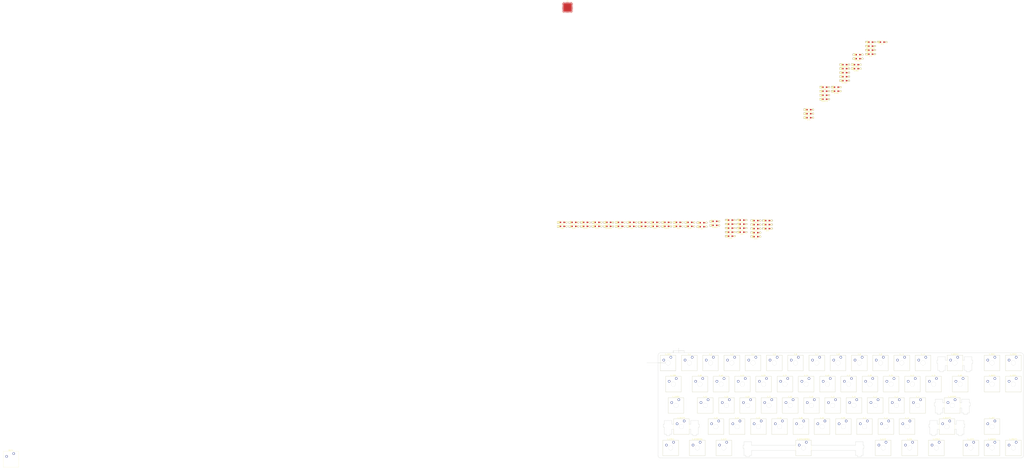
<source format=kicad_pcb>
(kicad_pcb (version 20211014) (generator pcbnew)
  (layers (0 "F.Cu" signal) (31 "B.Cu" signal) (34 "B.Paste" user) (35 "F.Paste" user) (36 "B.SilkS" user "B.Silkscreen") (37 "F.SilkS" user "F.Silkscreen") (38 "B.Mask" user) (39 "F.Mask" user) (44 "Edge.Cuts" user))
  (net 0 "")
  (net 1 "Net-(D_#1-Pad2)")
  (net 2 "Column 1")
  (net 3 "Net-(D_'1-Pad2)")
  (net 4 "Net-(D_,1-Pad2)")
  (net 5 "Net-(D_-1-Pad2)")
  (net 6 "Net-(D_.1-Pad2)")
  (net 7 "Net-(D_/1-Pad2)")
  (net 8 "Net-(D_0-Pad2)")
  (net 9 "Net-(D_1-Pad2)")
  (net 10 "Net-(D_2-Pad2)")
  (net 11 "Net-(D_3-Pad2)")
  (net 12 "Net-(D_4-Pad2)")
  (net 13 "Net-(D_5-Pad2)")
  (net 14 "Net-(D_6-Pad2)")
  (net 15 "Net-(D_7-Pad2)")
  (net 16 "Net-(D_8-Pad2)")
  (net 17 "Net-(D_9-Pad2)")
  (net 18 "Net-(D_;1-Pad2)")
  (net 19 "Net-(D_=1-Pad2)")
  (net 20 "Net-(D_A1-Pad2)")
  (net 21 "Net-(D_ALT1-Pad2)")
  (net 22 "Net-(D_ALT2-Pad2)")
  (net 23 "Net-(D_B1-Pad2)")
  (net 24 "Net-(D_BACK1-Pad2)")
  (net 25 "Net-(D_C1-Pad2)")
  (net 26 "Net-(D_CAPS1-Pad2)")
  (net 27 "Net-(D_CTRL1-Pad2)")
  (net 28 "Net-(D_D1-Pad2)")
  (net 29 "Net-(D_DOWN1-Pad2)")
  (net 30 "Net-(D_E1-Pad2)")
  (net 31 "Net-(D_ENTER1-Pad2)")
  (net 32 "Net-(D_ESC1-Pad2)")
  (net 33 "Net-(D_F1-Pad2)")
  (net 34 "Net-(D_FN1-Pad2)")
  (net 35 "Net-(D_G1-Pad2)")
  (net 36 "Net-(D_H1-Pad2)")
  (net 37 "Net-(D_I1-Pad2)")
  (net 38 "Net-(D_J1-Pad2)")
  (net 39 "Net-(D_K1-Pad2)")
  (net 40 "Net-(D_L1-Pad2)")
  (net 41 "Net-(D_LEFT1-Pad2)")
  (net 42 "Net-(D_M1-Pad2)")
  (net 43 "Net-(D_MAC1-Pad2)")
  (net 44 "Net-(D_MAC2-Pad2)")
  (net 45 "Net-(D_MAC3-Pad2)")
  (net 46 "Net-(D_MAC4-Pad2)")
  (net 47 "Net-(D_MENU1-Pad2)")
  (net 48 "Net-(D_N1-Pad2)")
  (net 49 "Net-(D_O1-Pad2)")
  (net 50 "Net-(D_P1-Pad2)")
  (net 51 "Net-(D_Q1-Pad2)")
  (net 52 "Net-(D_R1-Pad2)")
  (net 53 "Net-(D_RIGHTY1-Pad2)")
  (net 54 "Net-(D_S1-Pad2)")
  (net 55 "Net-(D_SHIFT1-Pad2)")
  (net 56 "Net-(D_SHIFT2-Pad2)")
  (net 57 "Net-(D_SPACEBAR1-Pad2)")
  (net 58 "Net-(D_T1-Pad2)")
  (net 59 "Net-(D_TAB1-Pad2)")
  (net 60 "Net-(D_U1-Pad2)")
  (net 61 "Net-(D_UP1-Pad2)")
  (net 62 "Net-(D_V1-Pad2)")
  (net 63 "Net-(D_W1-Pad2)")
  (net 64 "Net-(D_WINDOWS1-Pad2)")
  (net 65 "Net-(D_X1-Pad2)")
  (net 66 "Net-(D_Y1-Pad2)")
  (net 67 "Net-(D_Z1-Pad2)")
  (net 68 "Net-(D_[1-Pad2)")
  (net 69 "Net-(D_]1-Pad2)")
  (net 90 "Net-(U1-Pad21)")
  (net 91 "Net-(U1-Pad22)")
  (net 94 "Row 3")
  (net 95 "Row 4")
  (net 96 "Row 5")
  (net 97 "Column 2")
  (footprint "keyboard_parts:D_SOD123_axial" (layer "F.Cu") (at 523.08 -203.74)
    (fp_text reference "D_=1")
    (fp_text value "D" hide)
  )
  (footprint "Button_Switch_Keyboard:SW_Cherry_MX_1.00u_Plate" (layer "F.Cu") (at 646.415575 -86.37435)
    (fp_text reference "K_3")
    (fp_text value "KEYSW")
  )
  (footprint "keyboard_parts:D_SOD123_axial" (layer "F.Cu") (at 712.92 -301.14)
    (fp_text reference "D_V1")
    (fp_text value "D" hide)
  )
  (footprint "keyboard_parts:D_SOD123_axial" (layer "F.Cu") (at 665.48 -208.92)
    (fp_text reference "D_BACK1")
    (fp_text value "D" hide)
  )
  (footprint "keyboard_parts:D_SOD123_axial" (layer "F.Cu") (at 768.35 -358.14)
    (fp_text reference "D_T1")
    (fp_text value "D" hide)
  )
  (footprint "keyboard_parts:D_SOD123_axial" (layer "F.Cu") (at 737.61 -324.94)
    (fp_text reference "D_TAB1")
    (fp_text value "D" hide)
  )
  (footprint "keyboard_parts:D_SOD123_axial" (layer "F.Cu") (at 727.21 -324.94)
    (fp_text reference "D_1")
    (fp_text value "D" hide)
  )
  (footprint "keyboard_parts:D_SOD123_axial" (layer "F.Cu") (at 665.48 -205.32)
    (fp_text reference "D_A1")
    (fp_text value "D" hide)
  )
  (footprint "Button_Switch_Keyboard:SW_Cherry_MX_1.50u_Plate" (layer "F.Cu") (at 851.203575 -67.32435)
    (fp_text reference "K_#1")
    (fp_text value "KEYSW")
  )
  (footprint "Button_Switch_Keyboard:SW_Cherry_MX_1.00u_Plate" (layer "F.Cu") (at 651.178075 -29.22415)
    (fp_text reference "K_X1")
    (fp_text value "KEYSW")
  )
  (footprint "keyboard_parts:D_SOD123_axial" (layer "F.Cu") (at 617.22 -207.01)
    (fp_text reference "D_.1")
    (fp_text value "D" hide)
  )
  (footprint "Button_Switch_Keyboard:SW_Cherry_MX_1.00u_Plate" (layer "F.Cu") (at 860.728575 -10.17419)
    (fp_text reference "K_LEFT1")
    (fp_text value "KEYSW")
  )
  (footprint "Button_Switch_Keyboard:SW_Cherry_MX_1.00u_Plate" (layer "F.Cu") (at 789.290575 -67.32435)
    (fp_text reference "K_P1")
    (fp_text value "KEYSW")
  )
  (footprint "keyboard_parts:D_SOD123_axial" (layer "F.Cu") (at 727.21 -328.54)
    (fp_text reference "D_B1")
    (fp_text value "D" hide)
  )
  (footprint "Button_Switch_Keyboard:SW_Cherry_MX_1.00u_Plate" (layer "F.Cu") (at 665.465575 -86.37435)
    (fp_text reference "K_4")
    (fp_text value "KEYSW")
  )
  (footprint "Button_Switch_Keyboard:SW_Cherry_MX_1.00u_Plate" (layer "F.Cu") (at 698.803575 -48.27435)
    (fp_text reference "K_G1")
    (fp_text value "KEYSW")
  )
  (footprint "keyboard_parts:D_SOD123_axial" (layer "F.Cu") (at 675.88 -201.72)
    (fp_text reference "D_F1")
    (fp_text value "D" hide)
  )
  (footprint "keyboard_parts:D_SOD123_axial" (layer "F.Cu") (at 653.02 -209.34)
    (fp_text reference "D_I1")
    (fp_text value "D_I" hide)
  )
  (footprint "Button_Switch_Keyboard:SW_Cherry_MX_1.00u_Plate" (layer "F.Cu") (at 765.478575 -29.22415)
    (fp_text reference "K_,1")
    (fp_text value "KEYSW")
  )
  (footprint "keyboard_parts:D_SOD123_axial" (layer "F.Cu") (at 595.88 -203.74)
    (fp_text reference "D_3")
    (fp_text value "D" hide)
  )
  (footprint "keyboard_parts:D_SOD123_axial" (layer "F.Cu") (at 512.68 -207.34)
    (fp_text reference "D_K1")
    (fp_text value "D" hide)
  )
  (footprint "Button_Switch_Keyboard:SW_Cherry_MX_2.00u_Plate" (layer "F.Cu") (at 846.441575 -86.37435)
    (fp_text reference "K_BACK1")
    (fp_text value "KEYSW")
  )
  (footprint "keyboard_parts:D_SOD123_axial" (layer "F.Cu") (at 502.28 -203.74)
    (fp_text reference "D_N1")
    (fp_text value "D" hide)
  )
  (footprint "keyboard_parts:D_SOD123_axial" (layer "F.Cu") (at 512.68 -203.74)
    (fp_text reference "D_FN1")
    (fp_text value "D" hide)
  )
  (footprint "Button_Switch_Keyboard:SW_Cherry_MX_1.00u_Plate" (layer "F.Cu") (at 732.140575 -67.32435)
    (fp_text reference "K_U1")
    (fp_text value "KEYSW")
  )
  (footprint "keyboard_parts:D_SOD123_axial" (layer "F.Cu") (at 554.28 -207.34)
    (fp_text reference "D_J1")
    (fp_text value "D" hide)
  )
  (footprint "keyboard_parts:D_SOD123_axial" (layer "F.Cu") (at 665.48 -198.12)
    (fp_text reference "D_LEFT1")
    (fp_text value "D" hide)
  )
  (footprint "Button_Switch_Keyboard:SW_Cherry_MX_1.00u_Plate" (layer "F.Cu") (at 808.340575 -67.32435)
    (fp_text reference "K_[1")
    (fp_text value "KEYSW")
  )
  (footprint "Button_Switch_Keyboard:SW_Cherry_MX_1.75u_Plate" (layer "F.Cu") (at 596.409475 -48.27435)
    (fp_text reference "K_CAPS1")
    (fp_text value "KEYSW")
  )
  (footprint "keyboard_parts:D_SOD123_axial" (layer "F.Cu") (at 712.92 -308.34)
    (fp_text reference "D_SHIFT2")
    (fp_text value "D" hide)
  )
  (footprint "Button_Switch_Keyboard:SW_Cherry_MX_1.00u_Plate" (layer "F.Cu") (at 589.265775 -86.37435)
    (fp_text reference "K_ESC1")
    (fp_text value "KEYSW")
  )
  (footprint "keyboard_parts:D_SOD123_axial" (layer "F.Cu") (at 606.28 -203.74)
    (fp_text reference "D_R1")
    (fp_text value "D" hide)
  )
  (footprint "keyboard_parts:D_SOD123_axial" (layer "F.Cu") (at 533.48 -203.74)
    (fp_text reference "D_ENTER1")
    (fp_text value "D" hide)
  )
  (footprint "keyboard_parts:D_SOD123_axial" (layer "F.Cu") (at 575.08 -207.34)
    (fp_text reference "D_RIGHTY1")
    (fp_text value "D" hide)
  )
  (footprint "Button_Switch_Keyboard:SW_Cherry_MX_1.00u_Plate" (layer "F.Cu") (at 679.753575 -48.27435)
    (fp_text reference "K_F1")
    (fp_text value "KEYSW")
  )
  (footprint "Button_Switch_Keyboard:SW_Cherry_MX_1.00u_Plate" (layer "F.Cu") (at 722.615575 -86.37435)
    (fp_text reference "K_7")
    (fp_text value "KEYSW")
  )
  (footprint "keyboard_parts:D_SOD123_axial" (layer "F.Cu") (at 768.35 -368.94)
    (fp_text reference "D_X1")
    (fp_text value "D" hide)
  )
  (footprint "Button_Switch_Keyboard:SW_Cherry_MX_1.00u_Plate" (layer "F.Cu") (at 775.003575 -48.27435)
    (fp_text reference "K_L1")
    (fp_text value "KEYSW")
  )
  (footprint "Button_Switch_Keyboard:SW_Cherry_MX_1.00u_Plate" (layer "F.Cu") (at 784.528575 -29.22415)
    (fp_text reference "K_.1")
    (fp_text value "KEYSW")
  )
  (footprint "keyboard_parts:D_SOD123_axial" (layer "F.Cu") (at 628.65 -208.28)
    (fp_text reference "D_]1")
    (fp_text value "D" hide)
  )
  (footprint "Button_Switch_Keyboard:SW_Cherry_MX_1.00u_Plate" (layer "F.Cu") (at 655.940575 -67.32435)
    (fp_text reference "K_E1")
    (fp_text value "KEYSW")
  )
  (footprint "keyboard_parts:D_SOD123_axial" (layer "F.Cu") (at 755.5 -348.74)
    (fp_text reference "D_MAC2")
    (fp_text value "D" hide)
  )
  (footprint "keyboard_parts:D_SOD123_axial" (layer "F.Cu") (at 617.22 -203.41)
    (fp_text reference "D_7")
    (fp_text value "D" hide)
  )
  (footprint "Button_Switch_Keyboard:SW_Cherry_MX_1.00u_Plate" (layer "F.Cu") (at 622.603075 -48.27435)
    (fp_text reference "K_A1")
    (fp_text value "KEYSW")
  )
  (footprint "keyboard_parts:D_SOD123_axial" (layer "F.Cu") (at 778.75 -368.94)
    (fp_text reference "D_,1")
    (fp_text value "D" hide)
  )
  (footprint "Button_Switch_Keyboard:SW_Cherry_MX_1.00u_Plate" (layer "F.Cu") (at 779.765575 -86.37435)
    (fp_text reference "K_0")
    (fp_text value "KEYSW")
  )
  (footprint "keyboard_parts:D_SOD123_axial" (layer "F.Cu") (at 712.92 -304.74)
    (fp_text reference "D_E1")
    (fp_text value "D" hide)
  )
  (footprint "keyboard_parts:D_SOD123_axial" (layer "F.Cu") (at 768.35 -365.34)
    (fp_text reference "D_WINDOWS1")
    (fp_text value "D" hide)
  )
  (footprint "Button_Switch_Keyboard:SW_Cherry_MX_1.00u_Plate" (layer "F.Cu") (at 794.053575 -48.27435)
    (fp_text reference "K_;1")
    (fp_text value "KEYSW")
  )
  (footprint "Button_Switch_Keyboard:SW_Cherry_MX_1.00u_Plate" (layer "F.Cu") (at 627.365575 -86.37435)
    (fp_text reference "K_2")
    (fp_text value "KEYSW")
  )
  (footprint "Button_Switch_Keyboard:SW_Cherry_MX_1.00u_PCB" (layer "F.Cu") (at 694.040575 -67.32435)
    (fp_text reference "K_T1")
    (fp_text value "KEYSW")
  )
  (footprint "keyboard_parts:D_SOD123_axial" (layer "F.Cu") (at 745.1 -341.54)
    (fp_text reference "D_'1")
    (fp_text value "D" hide)
  )
  (footprint "Button_Switch_Keyboard:SW_Cherry_MX_1.00u_Plate" (layer "F.Cu") (at 755.953575 -48.27435)
    (fp_text reference "K_K1")
    (fp_text value "KEYSW")
  )
  (footprint "keyboard_parts:D_SOD123_axial" (layer "F.Cu") (at 533.48 -207.34)
    (fp_text reference "D_#1")
    (fp_text value "D" hide)
  )
  (footprint "Button_Switch_Keyboard:SW_Cherry_MX_1.00u_Plate" (layer "F.Cu") (at 703.565575 -86.37435)
    (fp_text reference "K_6")
    (fp_text value "KEYSW")
  )
  (footprint "Button_Switch_Keyboard:SW_Cherry_MX_1.00u_Plate" (layer "F.Cu") (at 636.890575 -67.32435)
    (fp_text reference "K_W1")
    (fp_text value "KEYSW")
  )
  (footprint "Button_Switch_Keyboard:SW_Cherry_MX_1.25u_Plate" (layer "F.Cu") (at 829.771575 -10.17419)
    (fp_text reference "K_CTRL2")
    (fp_text value "KEYSW")
  )
  (footprint "Button_Switch_Keyboard:SW_Cherry_MX_1.50u_Plate" (layer "F.Cu") (at 594.028275 -67.32435)
    (fp_text reference "K_TAB1")
    (fp_text value "KEYSW")
  )
  (footprint "keyboard_parts:D_SOD123_axial" (layer "F.Cu") (at 606.28 -207.34)
    (fp_text reference "D_0")
    (fp_text value "D" hide)
  )
  (footprint "keyboard_parts:D_SOD123_axial" (layer "F.Cu") (at 737.61 -328.54)
    (fp_text reference "D_-1")
    (fp_text value "D" hide)
  )
  (footprint "keyboard_parts:D_SOD123_axial" (layer "F.Cu") (at 665.48 -194.52)
    (fp_text reference "D_Z1")
    (fp_text value "D" hide)
  )
  (footprint "Button_Switch_Keyboard:SW_Cherry_MX_1.00u_Plate" (layer "F.Cu") (at 879.778575 -67.32435)
    (fp_text reference "K_MAC3")
    (fp_text value "KEYSW")
  )
  (footprint "keyboard_parts:D_SOD123_axial" (layer "F.Cu") (at 491.88 -203.74)
    (fp_text reference "D_Q1")
    (fp_text value "D" hide)
  )
  (footprint "keyboard_parts:D_SOD123_axial" (layer "F.Cu") (at 675.88 -208.92)
    (fp_text reference "D_4")
    (fp_text value "D" hide)
  )
  (footprint "keyboard_parts:D_SOD123_axial" (layer "F.Cu") (at 727.21 -317.74)
    (fp_text reference "D_SHIFT1")
    (fp_text value "D" hide)
  )
  (footprint "Button_Switch_Keyboard:SW_Cherry_MX_1.00u_Plate" (layer "F.Cu") (at 813.103575 -48.27435)
    (fp_text reference "K_'1")
    (fp_text value "KEYSW")
  )
  (footprint "Button_Switch_Keyboard:SW_Cherry_MX_1.00u_Plate" (layer "F.Cu") (at 717.853575 -48.27435)
    (fp_text reference "K_H1")
    (fp_text value "KEYSW")
  )
  (footprint "Button_Switch_Keyboard:SW_Cherry_MX_1.00u_Plate" (layer "F.Cu") (at 879.778575 -86.37435)
    (fp_text reference "K_MAC1")
    (fp_text value "KEYSW")
  )
  (footprint "Button_Switch_Keyboard:SW_Cherry_MX_1.00u_Plate" (layer "F.Cu") (at 727.378575 -29.22415)
    (fp_text reference "K_N1")
    (fp_text value "KEYSW")
  )
  (footprint "Button_Switch_Keyboard:SW_Cherry_MX_1.25u_Plate" (layer "F.Cu") (at 639.271875 -10.17419)
    (fp_text reference "K_ALT1")
    (fp_text value "KEYSW")
  )
  (footprint "Button_Switch_Keyboard:SW_Cherry_MX_1.00u_Plate" (layer "F.Cu") (at 803.578575 -29.22415)
    (fp_text reference "K_/1")
    (fp_text value "KEYSW")
  )
  (footprint "Button_Switch_Keyboard:SW_Cherry_MX_1.00u_Plate" (layer "F.Cu") (at 879.778575 -10.17419)
    (fp_text reference "K_DOWN1")
    (fp_text value "KEYSW")
  )
  (footprint "keyboard_parts:D_SOD123_axial" (layer "F.Cu") (at 543.88 -203.74)
    (fp_text reference "D_UP1")
    (fp_text value "D" hide)
  )
  (footprint "Button_Switch_Keyboard:SW_Cherry_MX_1.00u_Plate" (layer "F.Cu") (at 827.390575 -67.32435)
    (fp_text reference "K_]1")
    (fp_text value "KEYSW")
  )
  (footprint "Button_Switch_Keyboard:SW_Cherry_MX_2.75u_Plate" (layer "F.Cu") (at 839.296575 -29.22415)
    (fp_text reference "K_SHIFT2")
    (fp_text value "KEYSW")
  )
  (footprint "keyboard_parts:D_SOD123_axial" (layer "F.Cu") (at 543.88 -207.34)
    (fp_text reference "D_P1")
    (fp_text value "D" hide)
  )
  (footprint "keyboard_parts:D_SOD123_axial" (layer "F.Cu") (at 502.28 -207.34)
    (fp_text reference "D_9")
    (fp_text value "D" hide)
  )
  (footprint "Button_Switch_Keyboard:SW_Cherry_MX_2.25u_Plate" (layer "F.Cu") (at 601.172475 -29.22415)
    (fp_text reference "K_SHIFT1")
    (fp_text value "KEYSW")
  )
  (footprint "Button_Switch_Keyboard:SW_Cherry_MX_1.00u_Plate" (layer "F.Cu") (at 617.840575 -67.32435)
    (fp_text reference "K_Q1")
    (fp_text value "KEYSW")
  )
  (footprint "keyboard_parts:D_SOD123_axial" (layer "F.Cu") (at 757.1 -357.69)
    (fp_text reference "D_2")
    (fp_text value "D" hide)
  )
  (footprint "keyboard_parts:D_SOD123_axial" (layer "F.Cu") (at 642.62 -202.14)
    (fp_text reference "D_D1")
    (fp_text value "D" hide)
  )
  (footprint "keyboard_parts:D_SOD123_axial" (layer "F.Cu") (at 653.02 -202.14)
    (fp_text reference "D_H1")
    (fp_text value "D" hide)
  )
  (footprint "keyboard_parts:D_SOD123_axial" (layer "F.Cu") (at 554.28 -203.74)
    (fp_text reference "D_5")
    (fp_text value "D" hide)
  )
  (footprint "Button_Switch_Keyboard:SW_Cherry_MX_1.00u_Plate" (layer "F.Cu") (at 798.815575 -86.37435)
    (fp_text reference "K_-1")
    (fp_text value "KEYSW")
  )
  (footprint "Button_Switch_Keyboard:SW_Cherry_MX_1.00u_Plate" (layer "F.Cu") (at 674.990575 -67.32435)
    (fp_text reference "K_R1")
    (fp_text value "KEYSW")
  )
  (footprint "keyboard_parts:D_SOD123_axial" (layer "F.Cu") (at 642.62 -198.54)
    (fp_text reference "D_8")
    (fp_text value "D" hide)
  )
  (footprint "keyboard_parts:D_SOD123_axial" (layer "F.Cu") (at 745.1 -348.74)
    (fp_text reference "D_SPACEBAR1")
    (fp_text value "D" hide)
  )
  (footprint "Button_Switch_Keyboard:SW_Cherry_MX_1.00u_Plate" (layer "F.Cu") (at 898.828575 -86.37435)
    (fp_text reference "K_MAC2")
    (fp_text value "KEYSW")
  )
  (footprint "Button_Switch_Keyboard:SW_Cherry_MX_1.00u_Plate" (layer "F.Cu") (at 746.428575 -29.22415)
    (fp_text reference "K_M1")
    (fp_text value "KEYSW")
  )
  (footprint "Button_Switch_Keyboard:SW_Cherry_MX_1.00u_Plate" (layer "F.Cu") (at 879.778575 -29.22415)
    (fp_text reference "K_UP1")
    (fp_text value "KEYSW")
  )
  (footprint "Button_Switch_Keyboard:SW_Cherry_MX_1.00u_Plate" (layer "F.Cu") (at 684.515575 -86.37435)
    (fp_text reference "K_5")
    (fp_text value "KEYSW")
  )
  (footprint "Button_Switch_Keyboard:SW_Cherry_MX_2.25u_Plate" (layer "F.Cu") (at 844.058575 -48.27435)
    (fp_text reference "K_ENTER1")
    (fp_text value "KEYSW")
  )
  (footprint "Button_Switch_Keyboard:SW_Cherry_MX_1.00u_Plate" (layer "F.Cu") (at 632.128075 -29.22415)
    (fp_text reference "K_Z1")
    (fp_text value "KEYSW")
  )
  (footprint "Button_Switch_Keyboard:SW_Cherry_MX_1.00u_PCB" (layer "F.Cu") (at 0 0)
    (fp_text reference "REF**")
    (fp_text value "SW_Cherry_MX_1.00u_PCB")
  )
  (footprint "keyboard_parts:D_SOD123_axial" (layer "F.Cu") (at 665.48 -201.72)
    (fp_text reference "D_;1")
    (fp_text value "D" hide)
  )
  (footprint "keyboard_parts:D_SOD123_axial" (layer "F.Cu") (at 642.62 -209.34)
    (fp_text reference "D_/1")
    (fp_text value "D" hide)
  )
  (footprint "keyboard_parts:D_SOD123_axial" (layer "F.Cu") (at 755.5 -345.14)
    (fp_text reference "D_ESC1")
    (fp_text value "D" hide)
  )
  (footprint "Button_Switch_Keyboard:SW_Cherry_MX_6.25u_Plate" (layer "F.Cu") (at 710.708575 -10.17419)
    (fp_text reference "K_SPACEBARD1")
    (fp_text value "KEYSW")
  )
  (footprint "Button_Switch_Keyboard:SW_Cherry_MX_1.00u_Plate" (layer "F.Cu") (at 770.240575 -67.32435)
    (fp_text reference "K_O1")
    (fp_text value "KEYSW")
  )
  (footprint "Button_Switch_Keyboard:SW_Cherry_MX_1.00u_Plate" (layer "F.Cu") (at 660.703075 -48.27435)
    (fp_text reference "K_D1")
    (fp_text value "KEYSW")
  )
  (footprint "keyboard_parts:D_SOD123_axial" (layer "F.Cu") (at 491.88 -207.34)
    (fp_text reference "D_S1")
    (fp_text value "D" hide)
  )
  (footprint "Button_Switch_Keyboard:SW_Cherry_MX_1.00u_Plate" (layer "F.Cu") (at 760.715575 -86.37435)
    (fp_text reference "K_9")
    (fp_text value "KEYSW")
  )
  (footprint "Button_Switch_Keyboard:SW_Cherry_MX_1.25u_Plate" (layer "F.Cu") (at 615.459375 -10.17419)
    (fp_text reference "K_WINDOWS1")
    (fp_text value "KEYSW")
  )
  (footprint "Button_Switch_Keyboard:SW_Cherry_MX_1.00u_Plate" (layer "F.Cu") (at 670.228075 -29.22415)
    (fp_text reference "K_C1")
    (fp_text value "KEYSW")
  )
  (footprint "keyboard_parts:D_SOD123_axial" (layer "F.Cu") (at 564.68 -207.34)
    (fp_text reference "D_Y1")
    (fp_text value "D" hide)
  )
  (footprint "keyboard_parts:D_SOD123_axial" (layer "F.Cu") (at 585.48 -207.34)
    (fp_text reference "D_CTRL1")
    (fp_text value "D" hide)
  )
  (footprint "keyboard_parts:D_SOD123_axial" (layer "F.Cu") (at 575.08 -203.74)
    (fp_text reference "D_C1")
    (fp_text value "D" hide)
  )
  (footprint "keyboard_parts:D_SOD123_axial" (layer "F.Cu") (at 564.68 -203.74)
    (fp_text reference "D_ALT1")
    (fp_text value "D" hide)
  )
  (footprint "keyboard_parts:D_SOD123_axial" (layer "F.Cu") (at 628.65 -204.68)
    (fp_text reference "D_MAC3")
    (fp_text value "D" hide)
  )
  (footprint "keyboard_parts:D_SOD123_axial" (layer "F.Cu") (at 595.88 -207.34)
    (fp_text reference "D_M1")
    (fp_text value "D" hide)
  )
  (footprint "keyboard_parts:D_SOD123_axial" (layer "F.Cu") (at 523.08 -207.34)
    (fp_text reference "D_DOWN1")
    (fp_text value "D" hide)
  )
  (footprint "Button_Switch_Keyboard:SW_Cherry_MX_1.00u_Plate" (layer "F.Cu") (at 608.315575 -86.37435)
    (fp_text reference "K_1")
    (fp_text value "KEYSW")
  )
  (footprint "keyboard_parts:D_SOD123_axial" (layer "F.Cu") (at 768.35 -361.74)
    (fp_text reference "D_CAPS1")
    (fp_text value "D" hide)
  )
  (footprint "keyboard_parts:D_SOD123_axial" (layer "F.Cu") (at 745.1 -334.34)
    (fp_text reference "D_MAC4")
    (fp_text value "D" hide)
  )
  (footprint "keyboard_parts:D_SOD123_axial" (layer "F.Cu") (at 745.1 -345.14)
    (fp_text reference "D_O1")
    (fp_text value "D" hide)
  )
  (footprint "keyboard_parts:D_SOD123_axial" (layer "F.Cu") (at 727.21 -321.34)
    (fp_text reference "D_G1")
    (fp_text value "D" hide)
  )
  (footprint "Button_Switch_Keyboard:SW_Cherry_MX_1.25u_Plate" (layer "F.Cu") (at 805.959575 -10.17419)
    (fp_text reference "K_FN1")
    (fp_text value "KEYSW")
  )
  (footprint "keyboard_parts:D_SOD123_axial" (layer "F.Cu") (at 653.02 -205.74)
    (fp_text reference "D_MENU1")
    (fp_text value "D" hide)
  )
  (footprint "keyboard_parts:D_SOD123_axial" (layer "F.Cu") (at 745.1 -337.94)
    (fp_text reference "D_U1")
    (fp_text value "D" hide)
  )
  (footprint "Button_Switch_Keyboard:SW_Cherry_MX_1.00u_Plate" (layer "F.Cu") (at 741.665575 -86.37435)
    (fp_text reference "K_8")
    (fp_text value "KEYSW")
  )
  (footprint "keyboard_parts:D_SOD123_axial" (layer "F.Cu") (at 642.62 -205.74)
    (fp_text reference "D_6")
    (fp_text value "D" hide)
  )
  (footprint "Button_Switch_Keyboard:SW_Cherry_MX_1.00u_Plate" (layer "F.Cu") (at 708.328575 -29.22415)
    (fp_text reference "K_B1")
    (fp_text value "KEYSW")
  )
  (footprint "keyboard_parts:D_SOD123_axial" (layer "F.Cu") (at 585.48 -203.74)
    (fp_text reference "D_ALT2")
    (fp_text value "D" hide)
  )
  (footprint "Button_Switch_Keyboard:SW_Cherry_MX_1.00u_Plate" (layer "F.Cu") (at 751.190575 -67.32435)
    (fp_text reference "K_I1")
    (fp_text value "KEYSW")
  )
  (footprint "keyboard_parts:D_SOD123_axial" (layer "F.Cu") (at 757.1 -354.09)
    (fp_text reference "D_MAC1")
    (fp_text value "D" hide)
  )
  (footprint "Button_Switch_Keyboard:SW_Cherry_MX_1.00u_Plate" (layer "F.Cu") (at 641.653075 -48.27435)
    (fp_text reference "K_S1")
    (fp_text value "KEYSW")
  )
  (footprint "Button_Switch_Keyboard:SW_Cherry_MX_1.00u_Plate" (layer "F.Cu") (at 898.828575 -10.17419)
    (fp_text reference "K_RIGHT1")
    (fp_text value "KEYSW")
  )
  (footprint "keyboard_parts:D_SOD123_axial" (layer "F.Cu") (at 675.88 -205.32)
    (fp_text reference "D_[1")
    (fp_text value "D" hide)
  )
  (footprint "Button_Switch_Keyboard:SW_Cherry_MX_1.00u_Plate" (layer "F.Cu") (at 713.090575 -67.32435)
    (fp_text reference "K_Y1")
    (fp_text value "KEYSW")
  )
  (footprint "Button_Switch_Keyboard:SW_Cherry_MX_1.25u_Plate" (layer "F.Cu") (at 591.646975 -10.17419)
    (fp_text reference "K_CTRL1")
    (fp_text value "KEYSW")
  )
  (footprint "Package_DFN_QFN:QFN-64-1EP_9x9mm_P0.5mm_EP7.5x7.5mm" (layer "F.Cu") (at 496.57 -400.05)
    (fp_text reference "U1")
    (fp_text value "AT90USB1286-M")
  )
  (footprint "keyboard_parts:D_SOD123_axial" (layer "F.Cu") (at 653.02 -198.54)
    (fp_text reference "D_L1")
    (fp_text value "D" hide)
  )
  (footprint "Button_Switch_Keyboard:SW_Cherry_MX_1.00u_Plate" (layer "F.Cu") (at 736.903575 -48.27435)
    (fp_text reference "K_J1")
    (fp_text value "KEYSW")
  )
  (footprint "Button_Switch_Keyboard:SW_Cherry_MX_1.25u_Plate" (layer "F.Cu") (at 782.146575 -10.17419)
    (fp_text reference "K_ALT2")
    (fp_text value "KEYSW")
  )
  (footprint "Button_Switch_Keyboard:SW_Cherry_MX_1.00u_Plate" (layer "F.Cu") (at 898.828575 -67.32435)
    (fp_text reference "K_MAC4")
    (fp_text value "KEYSW")
  )
  (footprint "keyboard_parts:D_SOD123_axial" (layer "F.Cu") (at 642.62 -194.94)
    (fp_text reference "D_W1")
    (fp_text value "D" hide)
  )
  (footprint "Button_Switch_Keyboard:SW_Cherry_MX_1.00u_Plate" (layer "F.Cu") (at 689.278575 -29.22415)
    (fp_text reference "K_V1")
    (fp_text value "KEYSW")
  )
  (footprint "Button_Switch_Keyboard:SW_Cherry_MX_1.00u_Plate" (layer "F.Cu") (at 817.865575 -86.37435)
    (fp_text reference "K_=1")
    (fp_text value "KEYSW")
  )
  (gr_circle (center 877.25235 -62.23) (end 879.25235 -62.23) (layer "Edge.Cuts") (width 0.2) (fill none))
  (gr_line (start 627.365275 -55.23035) (end 627.365275 -69.22965) (layer "Edge.Cuts") (width 0.2))
  (gr_line (start 755.952575 -31.12955) (end 769.952575 -31.12955) (layer "Edge.Cuts") (width 0.2))
  (gr_line (start 865.202575 -12.07965) (end 865.202575 1.91981) (layer "Edge.Cuts") (width 0.2))
  (gr_line (start 848.533575 -45.47915) (end 848.533575 -50.17965) (layer "Edge.Cuts") (width 0.2))
  (gr_line (start 774.714575 -69.22965) (end 774.714575 -55.23035) (layer "Edge.Cuts") (width 0.2))
  (gr_line (start 889.302575 -55.23035) (end 889.302575 -69.22965) (layer "Edge.Cuts") (width 0.2))
  (gr_line (start 605.932575 1.91981) (end 605.932575 -12.07965) (layer "Edge.Cuts") (width 0.2))
  (gr_line (start 590.120975 -21.82925) (end 591.646475 -21.82925) (layer "Edge.Cuts") (width 0.2))
  (gr_circle (center 636.74635 -5.07984) (end 638.74635 -5.07984) (layer "Edge.Cuts") (width 0.2) (fill none))
  (gr_line (start 591.646475 -21.82925) (end 591.646475 -17.13015) (layer "Edge.Cuts") (width 0.2))
  (gr_line (start 693.752575 -17.13015) (end 679.752575 -17.13015) (layer "Edge.Cuts") (width 0.2))
  (gr_line (start 761.558575 -7.37915) (end 761.558575 -10.60935) (layer "Edge.Cuts") (width 0.2))
  (gr_line (start 629.746575 1.91981) (end 629.746575 -12.07965) (layer "Edge.Cuts") (width 0.2))
  (gr_line (start 796.432575 1.91981) (end 796.432575 -12.07965) (layer "Edge.Cuts") (width 0.2))
  (gr_line (start 833.008575 -36.41035) (end 833.008575 -40.87935) (layer "Edge.Cuts") (width 0.2))
  (gr_line (start 612.789575 -74.28035) (end 598.790275 -74.28035) (layer "Edge.Cuts") (width 0.2))
  (gr_line (start 679.464575 -55.23035) (end 665.465275 -55.23035) (layer "Edge.Cuts") (width 0.2))
  (gr_line (start 612.789575 -88.27965) (end 612.789575 -74.28035) (layer "Edge.Cuts") (width 0.2))
  (gr_line (start 598.502275 -69.22965) (end 598.502275 -55.23035) (layer "Edge.Cuts") (width 0.2))
  (gr_line (start 835.389575 -74.51035) (end 835.389575 -78.97935) (layer "Edge.Cuts") (width 0.2))
  (gr_circle (center 708.18235 -5.07984) (end 710.18235 -5.07984) (layer "Edge.Cuts") (width 0.2) (fill none))
  (gr_line (start 786.620575 1.91981) (end 772.621575 1.91981) (layer "Edge.Cuts") (width 0.2))
  (gr_line (start 794.052575 -17.13015) (end 794.052575 -31.12955) (layer "Edge.Cuts") (width 0.2))
  (gr_circle (center 605.79005 -81.28) (end 607.79005 -81.28) (layer "Edge.Cuts") (width 0.2) (fill none))
  (gr_line (start 817.865575 -69.22965) (end 831.864575 -69.22965) (layer "Edge.Cuts") (width 0.2))
  (gr_line (start 656.532575 1.68968) (end 656.532575 2.88995) (layer "Edge.Cuts") (width 0.2))
  (gr_circle (center 743.90235 -24.1298) (end 745.90235 -24.1298) (layer "Edge.Cuts") (width 0.2) (fill none))
  (gr_line (start 835.389575 -86.80925) (end 828.640575 -86.80925) (layer "Edge.Cuts") (width 0.2))
  (gr_line (start 843.770575 -21.82925) (end 845.296575 -21.82925) (layer "Edge.Cuts") (width 0.2))
  (gr_line (start 829.770575 -26.42915) (end 828.246575 -26.42915) (layer "Edge.Cuts") (width 0.2))
  (gr_line (start 765.189575 -88.27965) (end 765.189575 -74.28035) (layer "Edge.Cuts") (width 0.2))
  (gr_line (start 715.183575 -7.37915) (end 715.183575 -12.07965) (layer "Edge.Cuts") (width 0.2))
  (gr_line (start 736.614575 -55.23035) (end 722.615575 -55.23035) (layer "Edge.Cuts") (width 0.2))
  (gr_line (start 622.602775 -31.12955) (end 636.602075 -31.12955) (layer "Edge.Cuts") (width 0.2))
  (gr_line (start 741.665575 -55.23035) (end 741.665575 -69.22965) (layer "Edge.Cuts") (width 0.2))
  (gr_circle (center 672.46505 -62.23) (end 674.46505 -62.23) (layer "Edge.Cuts") (width 0.2) (fill none))
  (gr_line (start 717.564575 -69.22965) (end 717.564575 -55.23035) (layer "Edge.Cuts") (width 0.2))
  (gr_line (start 689.277575 -50.17965) (end 703.277575 -50.17965) (layer "Edge.Cuts") (width 0.2))
  (gr_line (start 828.246575 -29.65935) (end 821.496575 -29.65935) (layer "Edge.Cuts") (width 0.2))
  (gr_line (start 784.239575 -88.27965) (end 784.239575 -74.28035) (layer "Edge.Cuts") (width 0.2))
  (gr_line (start 836.915575 -88.27965) (end 836.915575 -83.57915) (layer "Edge.Cuts") (width 0.2))
  (gr_line (start 641.652775 -31.12955) (end 655.652075 -31.12955) (layer "Edge.Cuts") (width 0.2))
  (gr_line (start 579.74 -90.28) (end 903.302575 -90.28) (layer "Edge.Cuts") (width 0.2))
  (gr_line (start 629.746575 -12.07965) (end 643.745875 -12.07965) (layer "Edge.Cuts") (width 0.2))
  (gr_line (start 684.227575 -36.18035) (end 670.227775 -36.18035) (layer "Edge.Cuts") (width 0.2))
  (gr_line (start 655.652075 -17.13015) (end 641.652775 -17.13015) (layer "Edge.Cuts") (width 0.2))
  (gr_line (start 607.171475 -21.82925) (end 607.171475 -17.36035) (layer "Edge.Cuts") (width 0.2))
  (gr_line (start 651.177775 -50.17965) (end 665.177075 -50.17965) (layer "Edge.Cuts") (width 0.2))
  (gr_line (start 784.239575 -74.28035) (end 770.240575 -74.28035) (layer "Edge.Cuts") (width 0.2))
  (gr_circle (center 827.24635 -5.07984) (end 829.24635 -5.07984) (layer "Edge.Cuts") (width 0.2) (fill none))
  (gr_circle (center 739.14035 -81.28) (end 741.14035 -81.28) (layer "Edge.Cuts") (width 0.2) (fill none))
  (gr_circle (center 691.51535 -62.23) (end 693.51535 -62.23) (layer "Edge.Cuts") (width 0.2) (fill none))
  (gr_line (start 852.440575 -86.80925) (end 852.440575 -83.57915) (layer "Edge.Cuts") (width 0.2))
  (gr_line (start 586.882605 -50.17965) (end 600.883475 -50.17965) (layer "Edge.Cuts") (width 0.2))
  (gr_line (start 591.646475 -17.13015) (end 605.645975 -17.13015) (layer "Edge.Cuts") (width 0.2))
  (gr_line (start 796.432575 -12.07965) (end 810.433575 -12.07965) (layer "Edge.Cuts") (width 0.2))
  (gr_line (start 746.427575 -36.18035) (end 746.427575 -50.17965) (layer "Edge.Cuts") (width 0.2))
  (gr_line (start 789.002575 -31.12955) (end 789.002575 -17.13015) (layer "Edge.Cuts") (width 0.2))
  (gr_line (start 600.883475 -36.18035) (end 586.882605 -36.18035) (layer "Edge.Cuts") (width 0.2))
  (gr_line (start 859.189575 -83.57915) (end 859.189575 -86.80925) (layer "Edge.Cuts") (width 0.2))
  (gr_line (start 794.052575 -31.12955) (end 808.052575 -31.12955) (layer "Edge.Cuts") (width 0.2))
  (gr_line (start 834.532575 -50.17965) (end 834.532575 -45.47915) (layer "Edge.Cuts") (width 0.2))
  (gr_line (start 845.296575 -17.36035) (end 847.020575 -17.36035) (layer "Edge.Cuts") (width 0.2))
  (gr_line (start 613.920975 -23.63035) (end 614.746475 -23.63035) (layer "Edge.Cuts") (width 0.2))
  (gr_line (start 654.807575 -10.60935) (end 654.807575 -7.37915) (layer "Edge.Cuts") (width 0.2))
  (gr_line (start 760.427575 -36.18035) (end 746.427575 -36.18035) (layer "Edge.Cuts") (width 0.2))
  (gr_line (start 889.302575 -74.28035) (end 889.302575 -88.27965) (layer "Edge.Cuts") (width 0.2))
  (gr_line (start 855.677575 -69.22965) (end 855.677575 -55.23035) (layer "Edge.Cuts") (width 0.2))
  (gr_line (start 694.038575 -88.27965) (end 708.039575 -88.27965) (layer "Edge.Cuts") (width 0.2))
  (gr_line (start 605.645975 -17.13015) (end 605.645975 -21.82925) (layer "Edge.Cuts") (width 0.2))
  (gr_line (start 674.988875 -88.27965) (end 688.989575 -88.27965) (layer "Edge.Cuts") (width 0.2))
  (gr_line (start 712.802575 -17.13015) (end 698.802575 -17.13015) (layer "Edge.Cuts") (width 0.2))
  (gr_line (start 660.702775 -17.13015) (end 660.702775 -31.12955) (layer "Edge.Cuts") (width 0.2))
  (gr_line (start 591.646475 -31.12955) (end 591.646475 -26.42915) (layer "Edge.Cuts") (width 0.2))
  (gr_line (start 674.702075 -31.12955) (end 674.702075 -17.13015) (layer "Edge.Cuts") (width 0.2))
  (gr_line (start 591.646475 -26.42915) (end 590.120975 -26.42915) (layer "Edge.Cuts") (width 0.2))
  (gr_line (start 605.645975 -31.12955) (end 591.646475 -31.12955) (layer "Edge.Cuts") (width 0.2))
  (gr_line (start 698.802575 -31.12955) (end 712.802575 -31.12955) (layer "Edge.Cuts") (width 0.2))
  (gr_line (start 754.807575 1.68968) (end 756.532575 1.68968) (layer "Edge.Cuts") (width 0.2))
  (gr_line (start 852.045575 -17.36035) (end 852.045575 -23.63035) (layer "Edge.Cuts") (width 0.2))
  (gr_line (start 659.833175 2.88995) (end 659.833175 1.68968) (layer "Edge.Cuts") (width 0.2))
  (gr_line (start 827.814575 -80.78025) (end 828.640575 -80.78025) (layer "Edge.Cuts") (width 0.2))
  (gr_line (start 650.889575 -74.28035) (end 636.890275 -74.28035) (layer "Edge.Cuts") (width 0.2))
  (gr_line (start 826.257575 -42.68025) (end 826.257575 -36.41035) (layer "Edge.Cuts") (width 0.2))
  (gr_line (start 854.165575 -74.51035) (end 854.165575 -73.31015) (layer "Edge.Cuts") (width 0.2))
  (gr_line (start 850.914575 -78.97935) (end 852.440575 -78.97935) (layer "Edge.Cuts") (width 0.2))
  (gr_line (start 793.764575 -55.23035) (end 779.765575 -55.23035) (layer "Edge.Cuts") (width 0.2))
  (gr_line (start 698.514575 -69.22965) (end 698.514575 -55.23035) (layer "Edge.Cuts") (width 0.2))
  (gr_circle (center 877.25235 -81.28) (end 879.25235 -81.28) (layer "Edge.Cuts") (width 0.2) (fill none))
  (gr_line (start 850.320575 -17.36035) (end 852.045575 -17.36035) (layer "Edge.Cuts") (width 0.2))
  (gr_line (start 746.139575 -88.27965) (end 746.139575 -74.28035) (layer "Edge.Cuts") (width 0.2))
  (gr_line (start 674.702075 -17.13015) (end 660.702775 -17.13015) (layer "Edge.Cuts") (width 0.2))
  (gr_line (start 641.652775 -17.13015) (end 641.652775 -31.12955) (layer "Edge.Cuts") (width 0.2))
  (gr_line (start 870.252575 -69.22965) (end 884.252575 -69.22965) (layer "Edge.Cuts") (width 0.2))
  (gr_line (start 884.252575 -31.12955) (end 884.252575 -17.13015) (layer "Edge.Cuts") (width 0.2))
  (gr_line (start 641.364575 -69.22965) (end 641.364575 -55.23035) (layer "Edge.Cuts") (width 0.2))
  (gr_line (start 632.127775 -36.18035) (end 632.127775 -50.17965) (layer "Edge.Cuts") (width 0.2))
  (gr_line (start 859.189575 -86.80925) (end 852.440575 -86.80925) (layer "Edge.Cuts") (width 0.2))
  (gr_line (start 775.002575 -31.12955) (end 789.002575 -31.12955) (layer "Edge.Cuts") (width 0.2))
  (gr_line (start 856.808575 -45.47915) (end 856.808575 -48.70925) (layer "Edge.Cuts") (width 0.2))
  (gr_line (start 810.433575 -12.07965) (end 810.433575 1.91981) (layer "Edge.Cuts") (width 0.2))
  (gr_line (start 601.265025 -92.28) (end 591.265025 -92.28) (layer "Edge.Cuts") (width 0.2))
  (gr_line (start 577.74 1.92016) (end 577.74 -88.28) (layer "Edge.Cuts") (width 0.2))
  (gr_line (start 698.514575 -55.23035) (end 684.515575 -55.23035) (layer "Edge.Cuts") (width 0.2))
  (gr_line (start 715.183575 1.91981) (end 715.183575 -2.78066) (layer "Edge.Cuts") (width 0.2))
  (gr_line (start 803.289575 -74.28035) (end 789.290575 -74.28035) (layer "Edge.Cuts") (width 0.2))
  (gr_line (start 688.989575 -88.27965) (end 688.989575 -74.28035) (layer "Edge.Cuts") (width 0.2))
  (gr_line (start 732.140575 -88.27965) (end 746.139575 -88.27965) (layer "Edge.Cuts") (width 0.2))
  (gr_line (start 852.440575 -74.51035) (end 854.165575 -74.51035) (layer "Edge.Cuts") (width 0.2))
  (gr_line (start 636.602075 -17.13015) (end 622.602775 -17.13015) (layer "Edge.Cuts") (width 0.2))
  (gr_line (start 835.389575 -83.57915) (end 835.389575 -86.80925) (layer "Edge.Cuts") (width 0.2))
  (gr_line (start 670.227775 -36.18035) (end 670.227775 -50.17965) (layer "Edge.Cuts") (width 0.2))
  (gr_line (start 851.782575 -35.21015) (end 855.083575 -35.21015) (layer "Edge.Cuts") (width 0.2))
  (gr_line (start 622.314575 -69.22965) (end 622.314575 -55.23035) (layer "Edge.Cuts") (width 0.2))
  (gr_circle (center 589.12126 -5.07984) (end 591.12126 -5.07984) (layer "Edge.Cuts") (width 0.2) (fill none))
  (gr_line (start 833.008575 -45.47915) (end 833.008575 -48.70925) (layer "Edge.Cuts") (width 0.2))
  (gr_circle (center 701.03835 -81.28) (end 703.03835 -81.28) (layer "Edge.Cuts") (width 0.2) (fill none))
  (gr_line (start 821.496575 -23.63035) (end 821.496575 -17.36035) (layer "Edge.Cuts") (width 0.2))
  (gr_line (start 613.920975 -17.36035) (end 613.920975 -23.63035) (layer "Edge.Cuts") (width 0.2))
  (gr_line (start 703.277575 -50.17965) (end 703.277575 -36.18035) (layer "Edge.Cuts") (width 0.2))
  (gr_line (start 708.039575 -88.27965) (end 708.039575 -74.28035) (layer "Edge.Cuts") (width 0.2))
  (gr_line (start 825.433575 -42.68025) (end 826.257575 -42.68025) (layer "Edge.Cuts") (width 0.2))
  (gr_line (start 713.090575 -88.27965) (end 727.089575 -88.27965) (layer "Edge.Cuts") (width 0.2))
  (gr_line (start 779.765575 -69.22965) (end 793.764575 -69.22965) (layer "Edge.Cuts") (width 0.2))
  (gr_line (start 613.077775 -50.17965) (end 627.077075 -50.17965) (layer "Edge.Cuts") (width 0.2))
  (gr_line (start 852.871575 -23.63035) (end 852.871575 -26.42915) (layer "Edge.Cuts") (width 0.2))
  (gr_line (start 586.74 -81.28) (end 577.74 -81.28) (layer "Edge.Cuts") (width 0.2))
  (gr_line (start 870.252575 -31.12955) (end 884.252575 -31.12955) (layer "Edge.Cuts") (width 0.2))
  (gr_line (start 770.240575 -88.27965) (end 784.239575 -88.27965) (layer "Edge.Cuts") (width 0.2))
  (gr_line (start 870.252575 -55.23035) (end 870.252575 -69.22965) (layer "Edge.Cuts") (width 0.2))
  (gr_line (start 722.615575 -69.22965) (end 736.614575 -69.22965) (layer "Edge.Cuts") (width 0.2))
  (gr_line (start 765.477575 -50.17965) (end 779.477575 -50.17965) (layer "Edge.Cuts") (width 0.2))
  (gr_line (start 679.752575 -17.13015) (end 679.752575 -31.12955) (layer "Edge.Cuts") (width 0.2))
  (gr_circle (center 782.00235 -24.1298) (end 784.00235 -24.1298) (layer "Edge.Cuts") (width 0.2) (fill none))
  (gr_line (start 851.202575 -12.07965) (end 865.202575 -12.07965) (layer "Edge.Cuts") (width 0.2))
  (gr_line (start 828.640575 -83.57915) (end 827.814575 -83.57915) (layer "Edge.Cuts") (width 0.2))
  (gr_line (start 661.558675 -10.60935) (end 654.807575 -10.60935) (layer "Edge.Cuts") (width 0.2))
  (gr_line (start 812.814575 -69.22965) (end 812.814575 -55.23035) (layer "Edge.Cuts") (width 0.2))
  (gr_line (start 614.746475 -23.63035) (end 614.746475 -26.42915) (layer "Edge.Cuts") (width 0.2))
  (gr_line (start 779.477575 -50.17965) (end 779.477575 -36.18035) (layer "Edge.Cuts") (width 0.2))
  (gr_line (start 582.121485 1.91981) (end 582.121485 -12.07965) (layer "Edge.Cuts") (width 0.2))
  (gr_circle (center 648.65255 -24.1298) (end 650.65255 -24.1298) (layer "Edge.Cuts") (width 0.2) (fill none))
  (gr_line (start 627.077075 -50.17965) (end 627.077075 -36.18035) (layer "Edge.Cuts") (width 0.2))
  (gr_line (start 754.807575 -7.37915) (end 715.183575 -7.37915) (layer "Edge.Cuts") (width 0.2))
  (gr_line (start 605.645975 -21.82925) (end 607.171475 -21.82925) (layer "Edge.Cuts") (width 0.2))
  (gr_line (start 712.802575 -31.12955) (end 712.802575 -17.13015) (layer "Edge.Cuts") (width 0.2))
  (gr_circle (center 643.89005 -81.28) (end 645.89005 -81.28) (layer "Edge.Cuts") (width 0.2) (fill none))
  (gr_line (start 789.290575 -74.28035) (end 789.290575 -88.27965) (layer "Edge.Cuts") (width 0.2))
  (gr_line (start 669.939575 -88.27965) (end 669.939575 -74.28035) (layer "Edge.Cuts") (width 0.2))
  (gr_line (start 831.864575 -55.23035) (end 817.865575 -55.23035) (layer "Edge.Cuts") (width 0.2))
  (gr_line (start 762.382575 -4.58039) (end 762.382575 -7.37915) (layer "Edge.Cuts") (width 0.2))
  (gr_line (start 817.865575 -55.23035) (end 817.865575 -69.22965) (layer "Edge.Cuts") (width 0.2))
  (gr_line (start 827.982575 -36.41035) (end 827.982575 -35.21015) (layer "Edge.Cuts") (width 0.2))
  (gr_line (start 727.377575 -36.18035) (end 727.377575 -50.17965) (layer "Edge.Cuts") (width 0.2))
  (gr_line (start 760.715575 -55.23035) (end 760.715575 -69.22965) (layer "Edge.Cuts") (width 0.2))
  (gr_line (start 661.558675 -2.78066) (end 701.182575 -2.78066) (layer "Edge.Cuts") (width 0.2))
  (gr_line (start 598.502275 -55.23035) (end 584.502735 -55.23035) (layer "Edge.Cuts") (width 0.2))
  (gr_line (start 836.915575 -78.97935) (end 836.915575 -74.28035) (layer "Edge.Cuts") (width 0.2))
  (gr_line (start 798.815575 -69.22965) (end 812.814575 -69.22965) (layer "Edge.Cuts") (width 0.2))
  (gr_line (start 822.339575 -88.27965) (end 822.339575 -74.28035) (layer "Edge.Cuts") (width 0.2))
  (gr_circle (center 841.53235 -43.18) (end 843.53235 -43.18) (layer "Edge.Cuts") (width 0.2) (fill none))
  (gr_line (start 850.057575 -48.70925) (end 850.057575 -45.47915) (layer "Edge.Cuts") (width 0.2))
  (gr_line (start 803.577575 -36.18035) (end 803.577575 -50.17965) (layer "Edge.Cuts") (width 0.2))
  (gr_line (start 822.339575 -74.28035) (end 808.340575 -74.28035) (layer "Edge.Cuts") (width 0.2))
  (gr_line (start 870.252575 -74.28035) (end 870.252575 -88.27965) (layer "Edge.Cuts") (width 0.2))
  (gr_arc (start 905.30235 1.92016) (mid 904.716564 3.334374) (end 903.30235 3.92016) (layer "Edge.Cuts") (width 0.2))
  (gr_line (start 817.577575 -50.17965) (end 817.577575 -36.18035) (layer "Edge.Cuts") (width 0.2))
  (gr_line (start 812.814575 -55.23035) (end 798.815575 -55.23035) (layer "Edge.Cuts") (width 0.2))
  (gr_line (start 779.477575 -36.18035) (end 765.477575 -36.18035) (layer "Edge.Cuts") (width 0.2))
  (gr_line (start 646.127075 -50.17965) (end 646.127075 -36.18035) (layer "Edge.Cuts") (width 0.2))
  (gr_line (start 889.302575 -69.22965) (end 903.302575 -69.22965) (layer "Edge.Cuts") (width 0.2))
  (gr_line (start 708.039575 -74.28035) (end 694.038575 -74.28035) (layer "Edge.Cuts") (width 0.2))
  (gr_line (start 834.532575 -45.47915) (end 833.008575 -45.47915) (layer "Edge.Cuts") (width 0.2))
  (gr_line (start 833.664575 -73.31015) (end 833.664575 -74.51035) (layer "Edge.Cuts") (width 0.2))
  (gr_line (start 834.245575 1.91981) (end 820.246575 1.91981) (layer "Edge.Cuts") (width 0.2))
  (gr_line (start 833.008575 -48.70925) (end 826.257575 -48.70925) (layer "Edge.Cuts") (width 0.2))
  (gr_line (start 654.807575 1.68968) (end 656.532575 1.68968) (layer "Edge.Cuts") (width 0.2))
  (gr_line (start 659.833175 1.68968) (end 661.558675 1.68968) (layer "Edge.Cuts") (width 0.2))
  (gr_line (start 674.988875 -74.28035) (end 674.988875 -88.27965) (layer "Edge.Cuts") (width 0.2))
  (gr_line (start 679.464575 -69.22965) (end 679.464575 -55.23035) (layer "Edge.Cuts") (width 0.2))
  (gr_circle (center 779.62135 -5.07984) (end 781.62135 -5.07984) (layer "Edge.Cuts") (width 0.2) (fill none))
  (gr_line (start 857.632575 -45.47915) (end 856.808575 -45.47915) (layer "Edge.Cuts") (width 0.2))
  (gr_line (start 608.895375 -16.16005) (end 612.195775 -16.16005) (layer "Edge.Cuts") (width 0.2))
  (gr_line (start 755.952575 -17.13015) (end 755.952575 -31.12955) (layer "Edge.Cuts") (width 0.2))
  (gr_line (start 684.227575 -50.17965) (end 684.227575 -36.18035) (layer "Edge.Cuts") (width 0.2))
  (gr_line (start 821.496575 -26.42915) (end 820.670575 -26.42915) (layer "Edge.Cuts") (width 0.2))
  (gr_line (start 756.532575 1.68968) (end 756.532575 2.88995) (layer "Edge.Cuts") (width 0.2))
  (gr_line (start 736.902575 -31.12955) (end 750.902575 -31.12955) (layer "Edge.Cuts") (width 0.2))
  (gr_line (start 660.702775 -31.12955) (end 674.702075 -31.12955) (layer "Edge.Cuts") (width 0.2))
  (gr_line (start 760.427575 -50.17965) (end 760.427575 -36.18035) (layer "Edge.Cuts") (width 0.2))
  (gr_line (start 798.527575 -36.18035) (end 784.527575 -36.18035) (layer "Edge.Cuts") (width 0.2))
  (gr_circle (center 710.56535 -62.23) (end 712.56535 -62.23) (layer "Edge.Cuts") (width 0.2) (fill none))
  (gr_line (start 660.414575 -55.23035) (end 646.415275 -55.23035) (layer "Edge.Cuts") (width 0.2))
  (gr_circle (center 720.09035 -81.28) (end 722.09035 -81.28) (layer "Edge.Cuts") (width 0.2) (fill none))
  (gr_line (start 823.221575 -16.16005) (end 826.520575 -16.16005) (layer "Edge.Cuts") (width 0.2))
  (gr_circle (center 877.25235 -24.1298) (end 879.25235 -24.1298) (layer "Edge.Cuts") (width 0.2) (fill none))
  (gr_line (start 607.171475 -17.36035) (end 608.895375 -17.36035) (layer "Edge.Cuts") (width 0.2))
  (gr_line (start 631.839575 -74.28035) (end 617.840275 -74.28035) (layer "Edge.Cuts") (width 0.2))
  (gr_line (start 582.121485 -12.07965) (end 596.120975 -12.07965) (layer "Edge.Cuts") (width 0.2))
  (gr_line (start 636.890275 -74.28035) (end 636.890275 -88.27965) (layer "Edge.Cuts") (width 0.2))
  (gr_line (start 608.895375 -17.36035) (end 608.895375 -16.16005) (layer "Edge.Cuts") (width 0.2))
  (gr_line (start 665.465275 -69.22965) (end 679.464575 -69.22965) (layer "Edge.Cuts") (width 0.2))
  (gr_line (start 903.302575 1.91981) (end 889.302575 1.91981) (layer "Edge.Cuts") (width 0.2))
  (gr_circle (center 801.05235 -24.1298) (end 803.05235 -24.1298) (layer "Edge.Cuts") (width 0.2) (fill none))
  (gr_line (start 698.802575 -17.13015) (end 698.802575 -31.12955) (layer "Edge.Cuts") (width 0.2))
  (gr_circle (center 758.19035 -81.28) (end 760.19035 -81.28) (layer "Edge.Cuts") (width 0.2) (fill none))
  (gr_line (start 751.190575 -74.28035) (end 751.190575 -88.27965) (layer "Edge.Cuts") (width 0.2))
  (gr_circle (center 877.25235 -5.07984) (end 879.25235 -5.07984) (layer "Edge.Cuts") (width 0.2) (fill none))
  (gr_line (start 852.871575 -26.42915) (end 852.045575 -26.42915) (layer "Edge.Cuts") (width 0.2))
  (gr_line (start 808.340575 -88.27965) (end 822.339575 -88.27965) (layer "Edge.Cuts") (width 0.2))
  (gr_line (start 722.327575 -36.18035) (end 708.327575 -36.18035) (layer "Edge.Cuts") (width 0.2))
  (gr_line (start 834.532575 -36.18035) (end 848.533575 -36.18035) (layer "Edge.Cuts") (width 0.2))
  (gr_line (start 851.202575 1.91981) (end 851.202575 -12.07965) (layer "Edge.Cuts") (width 0.2))
  (gr_circle (center 824.86535 -62.23) (end 826.86535 -62.23) (layer "Edge.Cuts") (width 0.2) (fill none))
  (gr_line (start 850.057575 -36.41035) (end 851.782575 -36.41035) (layer "Edge.Cuts") (width 0.2))
  (gr_circle (center 639.12755 -43.18) (end 641.12755 -43.18) (layer "Edge.Cuts") (width 0.2) (fill none))
  (gr_line (start 746.427575 -50.17965) (end 760.427575 -50.17965) (layer "Edge.Cuts") (width 0.2))
  (gr_line (start 834.245575 -12.07965) (end 834.245575 1.91981) (layer "Edge.Cuts") (width 0.2))
  (gr_line (start 903.30235 3.92016) (end 579.74 3.92016) (layer "Edge.Cuts") (width 0.2))
  (gr_circle (center 777.24035 -81.28) (end 779.24035 -81.28) (layer "Edge.Cuts") (width 0.2) (fill none))
  (gr_line (start 579.740225 -74.28035) (end 579.740225 -88.27965) (layer "Edge.Cuts") (width 0.2))
  (gr_circle (center 858.20235 -5.07984) (end 860.20235 -5.07984) (layer "Edge.Cuts") (width 0.2) (fill none))
  (gr_line (start 622.314575 -55.23035) (end 608.315275 -55.23035) (layer "Edge.Cuts") (width 0.2))
  (gr_circle (center 762.95235 -24.1298) (end 764.95235 -24.1298) (layer "Edge.Cuts") (width 0.2) (fill none))
  (gr_line (start 722.327575 -50.17965) (end 722.327575 -36.18035) (layer "Edge.Cuts") (width 0.2))
  (gr_circle (center 896.30235 -81.28) (end 898.30235 -81.28) (layer "Edge.Cuts") (width 0.2) (fill none))
  (gr_line (start 741.665575 -69.22965) (end 755.664575 -69.22965) (layer "Edge.Cuts") (width 0.2))
  (gr_line (start 808.052575 -17.13015) (end 794.052575 -17.13015) (layer "Edge.Cuts") (width 0.2))
  (gr_line (start 769.952575 -17.13015) (end 755.952575 -17.13015) (layer "Edge.Cuts") (width 0.2))
  (gr_line (start 665.177075 -50.17965) (end 665.177075 -36.18035) (layer "Edge.Cuts") (width 0.2))
  (gr_line (start 665.177075 -36.18035) (end 651.177775 -36.18035) (layer "Edge.Cuts") (width 0.2))
  (gr_arc (start 577.74 -88.28) (mid 578.325786 -89.694214) (end 579.74 -90.28) (layer "Edge.Cuts") (width 0.2))
  (gr_circle (center 598.64625 -24.1298) (end 600.64625 -24.1298) (layer "Edge.Cuts") (width 0.2) (fill none))
  (gr_line (start 857.632575 -42.68025) (end 857.632575 -45.47915) (layer "Edge.Cuts") (width 0.2))
  (gr_line (start 608.315275 -55.23035) (end 608.315275 -69.22965) (layer "Edge.Cuts") (width 0.2))
  (gr_line (start 600.883475 -50.17965) (end 600.883475 -36.18035) (layer "Edge.Cuts") (width 0.2))
  (gr_line (start 775.002575 -17.13015) (end 775.002575 -31.12955) (layer "Edge.Cuts") (width 0.2))
  (gr_line (start 903.302575 -55.23035) (end 889.302575 -55.23035) (layer "Edge.Cuts") (width 0.2))
  (gr_line (start 717.852575 -17.13015) (end 717.852575 -31.12955) (layer "Edge.Cuts") (width 0.2))
  (gr_circle (center 615.31505 -62.23) (end 617.31505 -62.23) (layer "Edge.Cuts") (width 0.2) (fill none))
  (gr_line (start 655.940275 -74.28035) (end 655.940275 -88.27965) (layer "Edge.Cuts") (width 0.2))
  (gr_line (start 585.096665 -17.36035) (end 585.096665 -16.16005) (layer "Edge.Cuts") (width 0.2))
  (gr_line (start 582.545905 -23.63035) (end 583.371375 -23.63035) (layer "Edge.Cuts") (width 0.2))
  (gr_line (start 856.808575 -42.68025) (end 857.632575 -42.68025) (layer "Edge.Cuts") (width 0.2))
  (gr_line (start 828.246575 -17.36035) (end 828.246575 -21.82925) (layer "Edge.Cuts") (width 0.2))
  (gr_line (start 741.377575 -36.18035) (end 727.377575 -36.18035) (layer "Edge.Cuts") (width 0.2))
  (gr_line (start 583.371375 -17.36035) (end 585.096665 -17.36035) (layer "Edge.Cuts") (width 0.2))
  (gr_line (start 830.363575 -73.31015) (end 833.664575 -73.31015) (layer "Edge.Cuts") (width 0.2))
  (gr_line (start 701.182575 1.91981) (end 715.183575 1.91981) (layer "Edge.Cuts") (width 0.2))
  (gr_line (start 693.752575 -31.12955) (end 693.752575 -17.13015) (layer "Edge.Cuts") (width 0.2))
  (gr_line (start 655.940275 -88.27965) (end 669.939575 -88.27965) (layer "Edge.Cuts") (width 0.2))
  (gr_line (start 820.670575 -23.63035) (end 821.496575 -23.63035) (layer "Edge.Cuts") (width 0.2))
  (gr_line (start 631.839575 -88.27965) (end 631.839575 -74.28035) (layer "Edge.Cuts") (width 0.2))
  (gr_line (start 722.615575 -55.23035) (end 722.615575 -69.22965) (layer "Edge.Cuts") (width 0.2))
  (gr_line (start 884.252575 -12.07965) (end 884.252575 1.91981) (layer "Edge.Cuts") (width 0.2))
  (gr_line (start 708.327575 -50.17965) (end 722.327575 -50.17965) (layer "Edge.Cuts") (width 0.2))
  (gr_line (start 717.852575 -31.12955) (end 731.852575 -31.12955) (layer "Edge.Cuts") (width 0.2))
  (gr_line (start 582.545905 -26.42915) (end 582.545905 -23.63035) (layer "Edge.Cuts") (width 0.2))
  (gr_line (start 834.532575 -40.87935) (end 834.532575 -36.18035) (layer "Edge.Cuts") (width 0.2))
  (gr_line (start 903.302575 -88.27965) (end 903.302575 -74.28035) (layer "Edge.Cuts") (width 0.2))
  (gr_line (start 759.833575 2.88995) (end 759.833575 1.68968) (layer "Edge.Cuts") (width 0.2))
  (gr_line (start 590.120975 -29.65935) (end 583.371375 -29.65935) (layer "Edge.Cuts") (width 0.2))
  (gr_line (start 870.252575 -88.27965) (end 884.252575 -88.27965) (layer "Edge.Cuts") (width 0.2))
  (gr_line (start 828.246575 -26.42915) (end 828.246575 -29.65935) (layer "Edge.Cuts") (width 0.2))
  (gr_line (start 835.389575 -78.97935) (end 836.915575 -78.97935) (layer "Edge.Cuts") (width 0.2))
  (gr_line (start 669.939575 -74.28035) (end 655.940275 -74.28035) (layer "Edge.Cuts") (width 0.2))
  (gr_line (start 679.752575 -31.12955) (end 693.752575 -31.12955) (layer "Edge.Cuts") (width 0.2))
  (gr_line (start 798.527575 -50.17965) (end 798.527575 -36.18035) (layer "Edge.Cuts") (width 0.2))
  (gr_line (start 821.496575 -17.36035) (end 823.221575 -17.36035) (layer "Edge.Cuts") (width 0.2))
  (gr_line (start 655.652075 -31.12955) (end 655.652075 -17.13015) (layer "Edge.Cuts") (width 0.2))
  (gr_line (start 765.189575 -74.28035) (end 751.190575 -74.28035) (layer "Edge.Cuts") (width 0.2))
  (gr_line (start 831.864575 -69.22965) (end 831.864575 -55.23035) (layer "Edge.Cuts") (width 0.2))
  (gr_arc (start 903.30235 -90.28) (mid 904.716564 -89.694214) (end 905.30235 -88.28) (layer "Edge.Cuts") (width 0.2))
  (gr_circle (center 667.70255 -24.1298) (end 669.70255 -24.1298) (layer "Edge.Cuts") (width 0.2) (fill none))
  (gr_line (start 761.558575 1.68968) (end 761.558575 -4.58039) (layer "Edge.Cuts") (width 0.2))
  (gr_line (start 591.265025 -92.28) (end 591.265025 -90.28) (layer "Edge.Cuts") (width 0.2))
  (gr_line (start 857.464575 -73.31015) (end 857.464575 -74.51035) (layer "Edge.Cuts") (width 0.2))
  (gr_line (start 607.171475 -26.42915) (end 605.645975 -26.42915) (layer "Edge.Cuts") (width 0.2))
  (gr_line (start 829.770575 -31.12955) (end 829.770575 -26.42915) (layer "Edge.Cuts") (width 0.2))
  (gr_circle (center 753.42735 -43.18) (end 755.42735 -43.18) (layer "Edge.Cuts") (width 0.2) (fill none))
  (gr_line (start 826.257575 -36.41035) (end 827.982575 -36.41035) (layer "Edge.Cuts") (width 0.2))
  (gr_line (start 717.564575 -55.23035) (end 703.565575 -55.23035) (layer "Edge.Cuts") (width 0.2))
  (gr_line (start 828.246575 -21.82925) (end 829.770575 -21.82925) (layer "Edge.Cuts") (width 0.2))
  (gr_line (start 684.515575 -69.22965) (end 698.514575 -69.22965) (layer "Edge.Cuts") (width 0.2))
  (gr_line (start 823.221575 -17.36035) (end 823.221575 -16.16005) (layer "Edge.Cuts") (width 0.2))
  (gr_circle (center 715.32735 -43.18) (end 717.32735 -43.18) (layer "Edge.Cuts") (width 0.2) (fill none))
  (gr_circle (center 848.67735 -62.23) (end 850.67735 -62.23) (layer "Edge.Cuts") (width 0.2) (fill none))
  (gr_circle (center 815.34035 -81.28) (end 817.34035 -81.28) (layer "Edge.Cuts") (width 0.2) (fill none))
  (gr_line (start 827.982575 -35.21015) (end 831.281575 -35.21015) (layer "Edge.Cuts") (width 0.2))
  (gr_line (start 852.045575 -26.42915) (end 852.045575 -29.65935) (layer "Edge.Cuts") (width 0.2))
  (gr_circle (center 681.98865 -81.28) (end 683.98865 -81.28) (layer "Edge.Cuts") (width 0.2) (fill none))
  (gr_line (start 689.277575 -36.18035) (end 689.277575 -50.17965) (layer "Edge.Cuts") (width 0.2))
  (gr_line (start 614.746475 -26.42915) (end 613.920975 -26.42915) (layer "Edge.Cuts") (width 0.2))
  (gr_line (start 713.090575 -74.28035) (end 713.090575 -88.27965) (layer "Edge.Cuts") (width 0.2))
  (gr_line (start 903.302575 -74.28035) (end 889.302575 -74.28035) (layer "Edge.Cuts") (width 0.2))
  (gr_line (start 841.677575 -69.22965) (end 855.677575 -69.22965) (layer "Edge.Cuts") (width 0.2))
  (gr_line (start 828.640575 -74.51035) (end 830.363575 -74.51035) (layer "Edge.Cuts") (width 0.2))
  (gr_line (start 789.002575 -17.13015) (end 775.002575 -17.13015) (layer "Edge.Cuts") (width 0.2))
  (gr_line (start 845.296575 -26.42915) (end 843.770575 -26.42915) (layer "Edge.Cuts") (width 0.2))
  (gr_line (start 584.502735 -69.22965) (end 598.502275 -69.22965) (layer "Edge.Cuts") (width 0.2))
  (gr_line (start 591.265025 -92.28) (end 591.265025 -90.28) (layer "Edge.Cuts") (width 0.2))
  (gr_line (start 751.190575 -88.27965) (end 765.189575 -88.27965) (layer "Edge.Cuts") (width 0.2))
  (gr_line (start 750.902575 -31.12955) (end 750.902575 -17.13015) (layer "Edge.Cuts") (width 0.2))
  (gr_line (start 636.602075 -31.12955) (end 636.602075 -17.13015) (layer "Edge.Cuts") (width 0.2))
  (gr_line (start 803.577575 -50.17965) (end 817.577575 -50.17965) (layer "Edge.Cuts") (width 0.2))
  (gr_line (start 859.189575 -80.78025) (end 860.015575 -80.78025) (layer "Edge.Cuts") (width 0.2))
  (gr_line (start 833.664575 -74.51035) (end 835.389575 -74.51035) (layer "Edge.Cuts") (width 0.2))
  (gr_line (start 903.302575 -12.07965) (end 903.302575 1.91981) (layer "Edge.Cuts") (width 0.2))
  (gr_line (start 826.520575 -16.16005) (end 826.520575 -17.36035) (layer "Edge.Cuts") (width 0.2))
  (gr_line (start 884.252575 -88.27965) (end 884.252575 -74.28035) (layer "Edge.Cuts") (width 0.2))
  (gr_line (start 585.096665 -16.16005) (end 588.395675 -16.16005) (layer "Edge.Cuts") (width 0.2))
  (gr_line (start 827.814575 -83.57915) (end 827.814575 -80.78025) (layer "Edge.Cuts") (width 0.2))
  (gr_circle (center 796.29035 -81.28) (end 798.29035 -81.28) (layer "Edge.Cuts") (width 0.2) (fill none))
  (gr_line (start 727.377575 -50.17965) (end 741.377575 -50.17965) (layer "Edge.Cuts") (width 0.2))
  (gr_line (start 650.889575 -88.27965) (end 650.889575 -74.28035) (layer "Edge.Cuts") (width 0.2))
  (gr_line (start 884.252575 1.91981) (end 870.252575 1.91981) (layer "Edge.Cuts") (width 0.2))
  (gr_line (start 852.045575 -29.65935) (end 845.296575 -29.65935) (layer "Edge.Cuts") (width 0.2))
  (gr_line (start 736.902575 -17.13015) (end 736.902575 -31.12955) (layer "Edge.Cuts") (width 0.2))
  (gr_line (start 884.252575 -69.22965) (end 884.252575 -55.23035) (layer "Edge.Cuts") (width 0.2))
  (gr_line (start 607.171475 -29.65935) (end 607.171475 -26.42915) (layer "Edge.Cuts") (width 0.2))
  (gr_line (start 727.089575 -74.28035) (end 713.090575 -74.28035) (layer "Edge.Cuts") (width 0.2))
  (gr_line (start 703.277575 -36.18035) (end 689.277575 -36.18035) (layer "Edge.Cuts") (width 0.2))
  (gr_line (start 688.989575 -74.28035) (end 674.988875 -74.28035) (layer "Edge.Cuts") (width 0.2))
  (gr_line (start 641.364575 -55.23035) (end 627.365275 -55.23035) (layer "Edge.Cuts") (width 0.2))
  (gr_line (start 590.120975 -17.36035) (end 590.120975 -21.82925) (layer "Edge.Cuts") (width 0.2))
  (gr_circle (center 591.50251 -62.23) (end 593.50251 -62.23) (layer "Edge.Cuts") (width 0.2) (fill none))
  (gr_line (start 830.363575 -74.51035) (end 830.363575 -73.31015) (layer "Edge.Cuts") (width 0.2))
  (gr_circle (center 724.85235 -24.1298) (end 726.85235 -24.1298) (layer "Edge.Cuts") (width 0.2) (fill none))
  (gr_line (start 746.139575 -74.28035) (end 732.140575 -74.28035) (layer "Edge.Cuts") (width 0.2))
  (gr_line (start 848.533575 -36.18035) (end 848.533575 -40.87935) (layer "Edge.Cuts") (width 0.2))
  (gr_circle (center 786.76535 -62.23) (end 788.76535 -62.23) (layer "Edge.Cuts") (width 0.2) (fill none))
  (gr_line (start 703.565575 -55.23035) (end 703.565575 -69.22965) (layer "Edge.Cuts") (width 0.2))
  (gr_line (start 856.808575 -36.41035) (end 856.808575 -42.68025) (layer "Edge.Cuts") (width 0.2))
  (gr_line (start 583.371375 -26.42915) (end 582.545905 -26.42915) (layer "Edge.Cuts") (width 0.2))
  (gr_line (start 847.020575 -16.16005) (end 850.320575 -16.16005) (layer "Edge.Cuts") (width 0.2))
  (gr_line (start 817.577575 -36.18035) (end 803.577575 -36.18035) (layer "Edge.Cuts") (width 0.2))
  (gr_line (start 761.558575 -10.60935) (end 754.807575 -10.60935) (layer "Edge.Cuts") (width 0.2))
  (gr_line (start 617.840275 -88.27965) (end 631.839575 -88.27965) (layer "Edge.Cuts") (width 0.2))
  (gr_line (start 596.265025 -92.28) (end 601.265025 -92.28) (layer "Edge.Cuts") (width 0.2))
  (gr_line (start 590.120975 -26.42915) (end 590.120975 -29.65935) (layer "Edge.Cuts") (width 0.2))
  (gr_line (start 852.440575 -78.97935) (end 852.440575 -74.51035) (layer "Edge.Cuts") (width 0.2))
  (gr_line (start 770.240575 -74.28035) (end 770.240575 -88.27965) (layer "Edge.Cuts") (width 0.2))
  (gr_line (start 903.302575 -69.22965) (end 903.302575 -55.23035) (layer "Edge.Cuts") (width 0.2))
  (gr_circle (center 896.30235 -5.07984) (end 898.30235 -5.07984) (layer "Edge.Cuts") (width 0.2) (fill none))
  (gr_line (start 831.281575 -36.41035) (end 833.008575 -36.41035) (layer "Edge.Cuts") (width 0.2))
  (gr_line (start 646.127075 -36.18035) (end 632.127775 -36.18035) (layer "Edge.Cuts") (width 0.2))
  (gr_circle (center 658.17755 -43.18) (end 660.17755 -43.18) (layer "Edge.Cuts") (width 0.2) (fill none))
  (gr_line (start 627.365275 -69.22965) (end 641.364575 -69.22965) (layer "Edge.Cuts") (width 0.2))
  (gr_line (start 754.807575 -2.78066) (end 754.807575 1.68968) (layer "Edge.Cuts") (width 0.2))
  (gr_line (start 829.770575 -21.82925) (end 829.770575 -17.13015) (layer "Edge.Cuts") (width 0.2))
  (gr_line (start 772.621575 1.91981) (end 772.621575 -12.07965) (layer "Edge.Cuts") (width 0.2))
  (gr_line (start 793.764575 -69.22965) (end 793.764575 -55.23035) (layer "Edge.Cuts") (width 0.2))
  (gr_circle (center 772.47735 -43.18) (end 774.47735 -43.18) (layer "Edge.Cuts") (width 0.2) (fill none))
  (gr_line (start 653.983475 -4.58039) (end 654.807575 -4.58039) (layer "Edge.Cuts") (width 0.2))
  (gr_line (start 884.252575 -17.13015) (end 870.252575 -17.13015) (layer "Edge.Cuts") (width 0.2))
  (gr_line (start 656.532575 2.88995) (end 659.833175 2.88995) (layer "Edge.Cuts") (width 0.2))
  (gr_line (start 654.807575 -4.58039) (end 654.807575 1.68968) (layer "Edge.Cuts") (width 0.2))
  (gr_line (start 828.640575 -86.80925) (end 828.640575 -83.57915) (layer "Edge.Cuts") (width 0.2))
  (gr_circle (center 696.27735 -43.18) (end 698.27735 -43.18) (layer "Edge.Cuts") (width 0.2) (fill none))
  (gr_line (start 701.182575 -7.37915) (end 661.558675 -7.37915) (layer "Edge.Cuts") (width 0.2))
  (gr_line (start 762.382575 -7.37915) (end 761.558575 -7.37915) (layer "Edge.Cuts") (width 0.2))
  (gr_line (start 826.257575 -48.70925) (end 826.257575 -45.47915) (layer "Edge.Cuts") (width 0.2))
  (gr_line (start 761.558575 -4.58039) (end 762.382575 -4.58039) (layer "Edge.Cuts") (width 0.2))
  (gr_line (start 843.770575 -17.13015) (end 843.770575 -21.82925) (layer "Edge.Cuts") (width 0.2))
  (gr_line (start 715.183575 -2.78066) (end 754.807575 -2.78066) (layer "Edge.Cuts") (width 0.2))
  (gr_line (start 845.296575 -29.65935) (end 845.296575 -26.42915) (layer "Edge.Cuts") (width 0.2))
  (gr_line (start 865.202575 1.91981) (end 851.202575 1.91981) (layer "Edge.Cuts") (width 0.2))
  (gr_line (start 654.807575 -7.37915) (end 653.983475 -7.37915) (layer "Edge.Cuts") (width 0.2))
  (gr_line (start 826.520575 -17.36035) (end 828.246575 -17.36035) (layer "Edge.Cuts") (width 0.2))
  (gr_line (start 843.770575 -31.12955) (end 829.770575 -31.12955) (layer "Edge.Cuts") (width 0.2))
  (gr_circle (center 677.22755 -43.18) (end 679.22755 -43.18) (layer "Edge.Cuts") (width 0.2) (fill none))
  (gr_line (start 826.257575 -45.47915) (end 825.433575 -45.47915) (layer "Edge.Cuts") (width 0.2))
  (gr_circle (center 810.57735 -43.18) (end 812.57735 -43.18) (layer "Edge.Cuts") (width 0.2) (fill none))
  (gr_circle (center 586.74 -81.28) (end 588.74 -81.28) (layer "Edge.Cuts") (width 0.2) (fill none))
  (gr_line (start 660.414575 -69.22965) (end 660.414575 -55.23035) (layer "Edge.Cuts") (width 0.2))
  (gr_line (start 857.464575 -74.51035) (end 859.189575 -74.51035) (layer "Edge.Cuts") (width 0.2))
  (gr_line (start 820.246575 -12.07965) (end 834.245575 -12.07965) (layer "Edge.Cuts") (width 0.2))
  (gr_line (start 847.020575 -17.36035) (end 847.020575 -16.16005) (layer "Edge.Cuts") (width 0.2))
  (gr_line (start 612.195775 -17.36035) (end 613.920975 -17.36035) (layer "Edge.Cuts") (width 0.2))
  (gr_line (start 845.296575 -21.82925) (end 845.296575 -17.36035) (layer "Edge.Cuts") (width 0.2))
  (gr_line (start 850.057575 -40.87935) (end 850.057575 -36.41035) (layer "Edge.Cuts") (width 0.2))
  (gr_line (start 588.395675 -16.16005) (end 588.395675 -17.36035) (layer "Edge.Cuts") (width 0.2))
  (gr_line (start 651.177775 -36.18035) (end 651.177775 -50.17965) (layer "Edge.Cuts") (width 0.2))
  (gr_line (start 779.765575 -55.23035) (end 779.765575 -69.22965) (layer "Edge.Cuts") (width 0.2))
  (gr_line (start 884.252575 -74.28035) (end 870.252575 -74.28035) (layer "Edge.Cuts") (width 0.2))
  (gr_line (start 736.614575 -69.22965) (end 736.614575 -55.23035) (layer "Edge.Cuts") (width 0.2))
  (gr_circle (center 620.07755 -43.18) (end 622.07755 -43.18) (layer "Edge.Cuts") (width 0.2) (fill none))
  (gr_line (start 848.533575 -50.17965) (end 834.532575 -50.17965) (layer "Edge.Cuts") (width 0.2))
  (gr_line (start 643.745875 -12.07965) (end 643.745875 1.91981) (layer "Edge.Cuts") (width 0.2))
  (gr_line (start 646.415275 -69.22965) (end 660.414575 -69.22965) (layer "Edge.Cuts") (width 0.2))
  (gr_line (start 632.127775 -50.17965) (end 646.127075 -50.17965) (layer "Edge.Cuts") (width 0.2))
  (gr_line (start 789.290575 -88.27965) (end 803.289575 -88.27965) (layer "Edge.Cuts") (width 0.2))
  (gr_line (start 854.165575 -73.31015) (end 857.464575 -73.31015) (layer "Edge.Cuts") (width 0.2))
  (gr_line (start 567.69 -81.28) (end 586.74 -81.28) (layer "Edge.Cuts") (width 0.2))
  (gr_line (start 774.714575 -55.23035) (end 760.715575 -55.23035) (layer "Edge.Cuts") (width 0.2))
  (gr_line (start 860.015575 -83.57915) (end 859.189575 -83.57915) (layer "Edge.Cuts") (width 0.2))
  (gr_line (start 756.532575 2.88995) (end 759.833575 2.88995) (layer "Edge.Cuts") (width 0.2))
  (gr_line (start 598.790275 -74.28035) (end 598.790275 -88.27965) (layer "Edge.Cuts") (width 0.2))
  (gr_line (start 586.882605 -36.18035) (end 586.882605 -50.17965) (layer "Edge.Cuts") (width 0.2))
  (gr_line (start 612.195775 -16.16005) (end 612.195775 -17.36035) (layer "Edge.Cuts") (width 0.2))
  (gr_line (start 701.182575 -2.78066) (end 701.182575 1.91981) (layer "Edge.Cuts") (width 0.2))
  (gr_line (start 848.533575 -40.87935) (end 850.057575 -40.87935) (layer "Edge.Cuts") (width 0.2))
  (gr_line (start 831.281575 -35.21015) (end 831.281575 -36.41035) (layer "Edge.Cuts") (width 0.2))
  (gr_line (start 829.770575 -17.13015) (end 843.770575 -17.13015) (layer "Edge.Cuts") (width 0.2))
  (gr_line (start 851.782575 -36.41035) (end 851.782575 -35.21015) (layer "Edge.Cuts") (width 0.2))
  (gr_line (start 828.640575 -80.78025) (end 828.640575 -74.51035) (layer "Edge.Cuts") (width 0.2))
  (gr_line (start 619.933375 1.91981) (end 605.932575 1.91981) (layer "Edge.Cuts") (width 0.2))
  (gr_line (start 850.914575 -83.57915) (end 850.914575 -88.27965) (layer "Edge.Cuts") (width 0.2))
  (gr_circle (center 805.81535 -62.23) (end 807.81535 -62.23) (layer "Edge.Cuts") (width 0.2) (fill none))
  (gr_line (start 731.852575 -17.13015) (end 717.852575 -17.13015) (layer "Edge.Cuts") (width 0.2))
  (gr_circle (center 593.88238 -43.18) (end 595.88238 -43.18) (layer "Edge.Cuts") (width 0.2) (fill none))
  (gr_line (start 591.265025 -90.28) (end 591.265025 -92.28) (layer "Edge.Cuts") (width 0.2))
  (gr_line (start 772.621575 -12.07965) (end 786.620575 -12.07965) (layer "Edge.Cuts") (width 0.2))
  (gr_line (start 601.265025 -92.28) (end 601.265025 -90.28) (layer "Edge.Cuts") (width 0.2))
  (gr_circle (center 843.91535 -81.28) (end 845.91535 -81.28) (layer "Edge.Cuts") (width 0.2) (fill none))
  (gr_circle (center 734.37735 -43.18) (end 736.37735 -43.18) (layer "Edge.Cuts") (width 0.2) (fill none))
  (gr_line (start 760.715575 -69.22965) (end 774.714575 -69.22965) (layer "Edge.Cuts") (width 0.2))
  (gr_line (start 850.057575 -45.47915) (end 848.533575 -45.47915) (layer "Edge.Cuts") (width 0.2))
  (gr_line (start 579.740225 -88.27965) (end 593.739775 -88.27965) (layer "Edge.Cuts") (width 0.2))
  (gr_line (start 843.770575 -26.42915) (end 843.770575 -31.12955) (layer "Edge.Cuts") (width 0.2))
  (gr_line (start 836.915575 -83.57915) (end 835.389575 -83.57915) (layer "Edge.Cuts") (width 0.2))
  (gr_line (start 605.645975 -26.42915) (end 605.645975 -31.12955) (layer "Edge.Cuts") (width 0.2))
  (gr_line (start 803.289575 -88.27965) (end 803.289575 -74.28035) (layer "Edge.Cuts") (width 0.2))
  (gr_line (start 583.371375 -29.65935) (end 583.371375 -26.42915) (layer "Edge.Cuts") (width 0.2))
  (gr_line (start 661.558675 -7.37915) (end 661.558675 -10.60935) (layer "Edge.Cuts") (width 0.2))
  (gr_line (start 905.30235 -88.28) (end 905.30235 1.92016) (layer "Edge.Cuts") (width 0.2))
  (gr_line (start 583.371375 -23.63035) (end 583.371375 -17.36035) (layer "Edge.Cuts") (width 0.2))
  (gr_line (start 613.920975 -26.42915) (end 613.920975 -29.65935) (layer "Edge.Cuts") (width 0.2))
  (gr_line (start 596.120975 -12.07965) (end 596.120975 1.91981) (layer "Edge.Cuts") (width 0.2))
  (gr_line (start 825.433575 -45.47915) (end 825.433575 -42.68025) (layer "Edge.Cuts") (width 0.2))
  (gr_line (start 850.320575 -16.16005) (end 850.320575 -17.36035) (layer "Edge.Cuts") (width 0.2))
  (gr_line (start 850.914575 -88.27965) (end 836.915575 -88.27965) (layer "Edge.Cuts") (width 0.2))
  (gr_line (start 596.265025 -94.68) (end 596.265025 -92.28) (layer "Edge.Cuts") (width 0.2))
  (gr_line (start 808.052575 -31.12955) (end 808.052575 -17.13015) (layer "Edge.Cuts") (width 0.2))
  (gr_line (start 754.807575 -10.60935) (end 754.807575 -7.37915) (layer "Edge.Cuts") (width 0.2))
  (gr_line (start 755.664575 -55.23035) (end 741.665575 -55.23035) (layer "Edge.Cuts") (width 0.2))
  (gr_line (start 608.315275 -69.22965) (end 622.314575 -69.22965) (layer "Edge.Cuts") (width 0.2))
  (gr_line (start 741.377575 -50.17965) (end 741.377575 -36.18035) (layer "Edge.Cuts") (width 0.2))
  (gr_line (start 852.045575 -23.63035) (end 852.871575 -23.63035) (layer "Edge.Cuts") (width 0.2))
  (gr_line (start 860.015575 -80.78025) (end 860.015575 -83.57915) (layer "Edge.Cuts") (width 0.2))
  (gr_line (start 820.670575 -26.42915) (end 820.670575 -23.63035) (layer "Edge.Cuts") (width 0.2))
  (gr_line (start 759.833575 1.68968) (end 761.558575 1.68968) (layer "Edge.Cuts") (width 0.2))
  (gr_line (start 596.120975 1.91981) (end 582.121485 1.91981) (layer "Edge.Cuts") (width 0.2))
  (gr_line (start 613.920975 -29.65935) (end 607.171475 -29.65935) (layer "Edge.Cuts") (width 0.2))
  (gr_line (start 584.502735 -55.23035) (end 584.502735 -69.22965) (layer "Edge.Cuts") (width 0.2))
  (gr_line (start 855.083575 -35.21015) (end 855.083575 -36.41035) (layer "Edge.Cuts") (width 0.2))
  (gr_line (start 598.790275 -88.27965) (end 612.789575 -88.27965) (layer "Edge.Cuts") (width 0.2))
  (gr_line (start 684.515575 -55.23035) (end 684.515575 -69.22965) (layer "Edge.Cuts") (width 0.2))
  (gr_line (start 833.008575 -40.87935) (end 834.532575 -40.87935) (layer "Edge.Cuts") (width 0.2))
  (gr_line (start 593.739775 -88.27965) (end 593.739775 -74.28035) (layer "Edge.Cuts") (width 0.2))
  (gr_line (start 836.915575 -74.28035) (end 850.914575 -74.28035) (layer "Edge.Cuts") (width 0.2))
  (gr_circle (center 624.84005 -81.28) (end 626.84005 -81.28) (layer "Edge.Cuts") (width 0.2) (fill none))
  (gr_line (start 619.933375 -12.07965) (end 619.933375 1.91981) (layer "Edge.Cuts") (width 0.2))
  (gr_line (start 850.914575 -74.28035) (end 850.914575 -78.97935) (layer "Edge.Cuts") (width 0.2))
  (gr_circle (center 748.66535 -62.23) (end 750.66535 -62.23) (layer "Edge.Cuts") (width 0.2) (fill none))
  (gr_line (start 653.983475 -7.37915) (end 653.983475 -4.58039) (layer "Edge.Cuts") (width 0.2))
  (gr_line (start 765.477575 -36.18035) (end 765.477575 -50.17965) (layer "Edge.Cuts") (width 0.2))
  (gr_line (start 784.527575 -36.18035) (end 784.527575 -50.17965) (layer "Edge.Cuts") (width 0.2))
  (gr_line (start 855.677575 -55.23035) (end 841.677575 -55.23035) (layer "Edge.Cuts") (width 0.2))
  (gr_circle (center 653.41505 -62.23) (end 655.41505 -62.23) (layer "Edge.Cuts") (width 0.2) (fill none))
  (gr_line (start 622.602775 -17.13015) (end 622.602775 -31.12955) (layer "Edge.Cuts") (width 0.2))
  (gr_line (start 636.890275 -88.27965) (end 650.889575 -88.27965) (layer "Edge.Cuts") (width 0.2))
  (gr_line (start 852.440575 -83.57915) (end 850.914575 -83.57915) (layer "Edge.Cuts") (width 0.2))
  (gr_circle (center 686.75235 -24.1298) (end 688.75235 -24.1298) (layer "Edge.Cuts") (width 0.2) (fill none))
  (gr_circle (center 662.94005 -81.28) (end 664.94005 -81.28) (layer "Edge.Cuts") (width 0.2) (fill none))
  (gr_line (start 855.083575 -36.41035) (end 856.808575 -36.41035) (layer "Edge.Cuts") (width 0.2))
  (gr_circle (center 705.80235 -24.1298) (end 707.80235 -24.1298) (layer "Edge.Cuts") (width 0.2) (fill none))
  (gr_circle (center 836.77035 -24.1298) (end 838.77035 -24.1298) (layer "Edge.Cuts") (width 0.2) (fill none))
  (gr_line (start 810.433575 1.91981) (end 796.432575 1.91981) (layer "Edge.Cuts") (width 0.2))
  (gr_line (start 786.620575 -12.07965) (end 786.620575 1.91981) (layer "Edge.Cuts") (width 0.2))
  (gr_circle (center 803.43235 -5.07984) (end 805.43235 -5.07984) (layer "Edge.Cuts") (width 0.2) (fill none))
  (gr_circle (center 729.61535 -62.23) (end 731.61535 -62.23) (layer "Edge.Cuts") (width 0.2) (fill none))
  (gr_line (start 708.327575 -36.18035) (end 708.327575 -50.17965) (layer "Edge.Cuts") (width 0.2))
  (gr_line (start 856.808575 -48.70925) (end 850.057575 -48.70925) (layer "Edge.Cuts") (width 0.2))
  (gr_line (start 870.252575 -12.07965) (end 884.252575 -12.07965) (layer "Edge.Cuts") (width 0.2))
  (gr_line (start 750.902575 -17.13015) (end 736.902575 -17.13015) (layer "Edge.Cuts") (width 0.2))
  (gr_line (start 661.558675 1.68968) (end 661.558675 -2.78066) (layer "Edge.Cuts") (width 0.2))
  (gr_line (start 870.252575 -17.13015) (end 870.252575 -31.12955) (layer "Edge.Cuts") (width 0.2))
  (gr_line (start 798.815575 -55.23035) (end 798.815575 -69.22965) (layer "Edge.Cuts") (width 0.2))
  (gr_line (start 889.302575 -88.27965) (end 903.302575 -88.27965) (layer "Edge.Cuts") (width 0.2))
  (gr_line (start 694.038575 -74.28035) (end 694.038575 -88.27965) (layer "Edge.Cuts") (width 0.2))
  (gr_line (start 670.227775 -50.17965) (end 684.227575 -50.17965) (layer "Edge.Cuts") (width 0.2))
  (gr_line (start 596.265025 -90.28) (end 596.265025 -92.28) (layer "Edge.Cuts") (width 0.2))
  (gr_circle (center 612.93235 -5.07984) (end 614.93235 -5.07984) (layer "Edge.Cuts") (width 0.2) (fill none))
  (gr_line (start 732.140575 -74.28035) (end 732.140575 -88.27965) (layer "Edge.Cuts") (width 0.2))
  (gr_line (start 731.852575 -31.12955) (end 731.852575 -17.13015) (layer "Edge.Cuts") (width 0.2))
  (gr_line (start 665.465275 -55.23035) (end 665.465275 -69.22965) (layer "Edge.Cuts") (width 0.2))
  (gr_arc (start 579.74 3.92016) (mid 578.325786 3.334374) (end 577.74 1.92016) (layer "Edge.Cuts") (width 0.2))
  (gr_line (start 593.739775 -74.28035) (end 579.740225 -74.28035) (layer "Edge.Cuts") (width 0.2))
  (gr_circle (center 791.52735 -43.18) (end 793.52735 -43.18) (layer "Edge.Cuts") (width 0.2) (fill none))
  (gr_circle (center 629.60255 -24.1298) (end 631.60255 -24.1298) (layer "Edge.Cuts") (width 0.2) (fill none))
  (gr_line (start 613.077775 -36.18035) (end 613.077775 -50.17965) (layer "Edge.Cuts") (width 0.2))
  (gr_circle (center 896.30235 -62.23) (end 898.30235 -62.23) (layer "Edge.Cuts") (width 0.2) (fill none))
  (gr_line (start 593.739775 -74.28035) (end 579.740225 -74.28035) (layer "Edge.Cuts") (width 0.2))
  (gr_line (start 859.189575 -74.51035) (end 859.189575 -80.78025) (layer "Edge.Cuts") (width 0.2))
  (gr_line (start 808.340575 -74.28035) (end 808.340575 -88.27965) (layer "Edge.Cuts") (width 0.2))
  (gr_line (start 727.089575 -88.27965) (end 727.089575 -74.28035) (layer "Edge.Cuts") (width 0.2))
  (gr_line (start 755.664575 -69.22965) (end 755.664575 -55.23035) (layer "Edge.Cuts") (width 0.2))
  (gr_line (start 643.745875 1.91981) (end 629.746575 1.91981) (layer "Edge.Cuts") (width 0.2))
  (gr_line (start 769.952575 -31.12955) (end 769.952575 -17.13015) (layer "Edge.Cuts") (width 0.2))
  (gr_line (start 627.077075 -36.18035) (end 613.077775 -36.18035) (layer "Edge.Cuts") (width 0.2))
  (gr_line (start 821.496575 -29.65935) (end 821.496575 -26.42915) (layer "Edge.Cuts") (width 0.2))
  (gr_line (start 588.395675 -17.36035) (end 590.120975 -17.36035) (layer "Edge.Cuts") (width 0.2))
  (gr_line (start 701.182575 -12.07965) (end 701.182575 -7.37915) (layer "Edge.Cuts") (width 0.2))
  (gr_line (start 889.302575 -12.07965) (end 903.302575 -12.07965) (layer "Edge.Cuts") (width 0.2))
  (gr_line (start 617.840275 -74.28035) (end 617.840275 -88.27965) (layer "Edge.Cuts") (width 0.2))
  (gr_line (start 703.565575 -69.22965) (end 717.564575 -69.22965) (layer "Edge.Cuts") (width 0.2))
  (gr_line (start 646.415275 -55.23035) (end 646.415275 -69.22965) (layer "Edge.Cuts") (width 0.2))
  (gr_circle (center 634.36505 -62.23) (end 636.36505 -62.23) (layer "Edge.Cuts") (width 0.2) (fill none))
  (gr_line (start 870.252575 1.91981) (end 870.252575 -12.07965) (layer "Edge.Cuts") (width 0.2))
  (gr_line (start 884.252575 -55.23035) (end 870.252575 -55.23035) (layer "Edge.Cuts") (width 0.2))
  (gr_line (start 605.932575 -12.07965) (end 619.933375 -12.07965) (layer "Edge.Cuts") (width 0.2))
  (gr_line (start 784.527575 -50.17965) (end 798.527575 -50.17965) (layer "Edge.Cuts") (width 0.2))
  (gr_line (start 889.302575 1.91981) (end 889.302575 -12.07965) (layer "Edge.Cuts") (width 0.2))
  (gr_line (start 841.677575 -55.23035) (end 841.677575 -69.22965) (layer "Edge.Cuts") (width 0.2))
  (gr_line (start 715.183575 -12.07965) (end 701.182575 -12.07965) (layer "Edge.Cuts") (width 0.2))
  (gr_circle (center 767.71535 -62.23) (end 769.71535 -62.23) (layer "Edge.Cuts") (width 0.2) (fill none))
  (gr_line (start 820.246575 1.91981) (end 820.246575 -12.07965) (layer "Edge.Cuts") (width 0.2))
)
</source>
